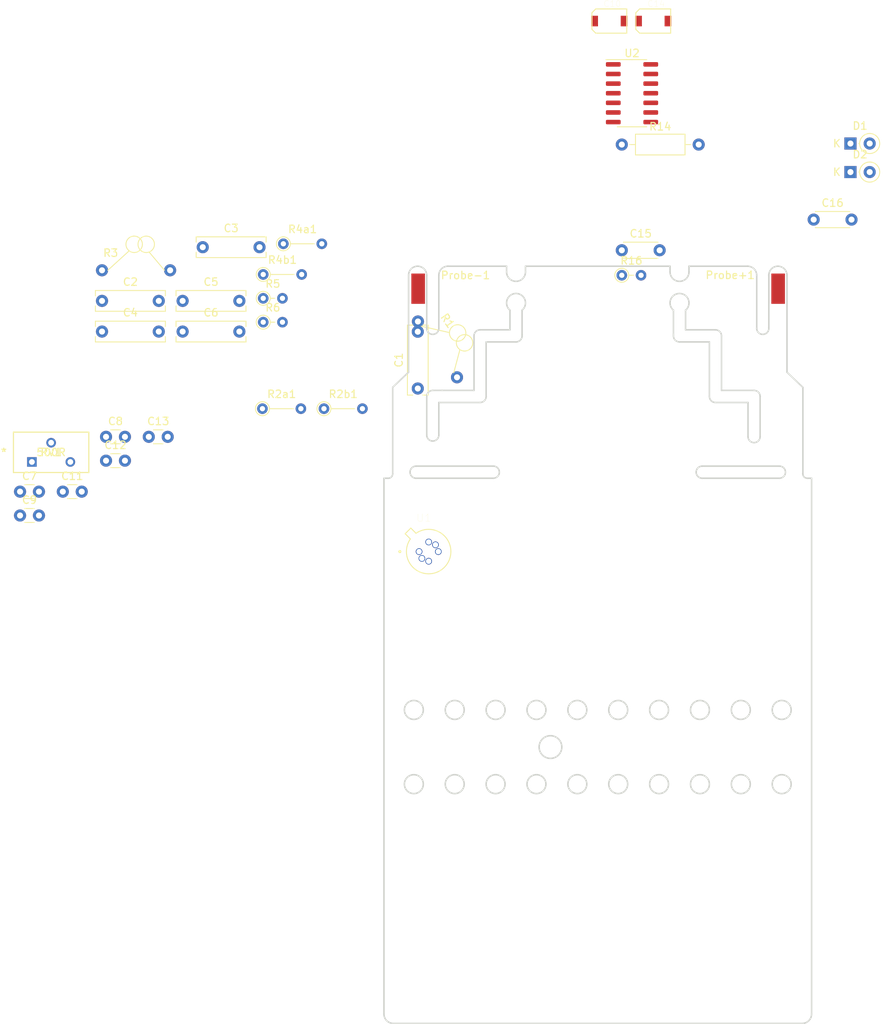
<source format=kicad_pcb>
(kicad_pcb (version 20171130) (host pcbnew "(5.1.9)-1")

  (general
    (thickness 1.6)
    (drawings 100)
    (tracks 0)
    (zones 0)
    (modules 33)
    (nets 33)
  )

  (page A4)
  (layers
    (0 F.Cu signal)
    (31 B.Cu signal)
    (32 B.Adhes user)
    (33 F.Adhes user)
    (34 B.Paste user)
    (35 F.Paste user)
    (36 B.SilkS user)
    (37 F.SilkS user)
    (38 B.Mask user)
    (39 F.Mask user)
    (40 Dwgs.User user)
    (41 Cmts.User user)
    (42 Eco1.User user)
    (43 Eco2.User user)
    (44 Edge.Cuts user)
    (45 Margin user)
    (46 B.CrtYd user)
    (47 F.CrtYd user)
    (48 B.Fab user)
    (49 F.Fab user)
  )

  (setup
    (last_trace_width 0.25)
    (trace_clearance 0.2)
    (zone_clearance 0.508)
    (zone_45_only no)
    (trace_min 0.2)
    (via_size 0.8)
    (via_drill 0.4)
    (via_min_size 0.4)
    (via_min_drill 0.3)
    (uvia_size 0.3)
    (uvia_drill 0.1)
    (uvias_allowed no)
    (uvia_min_size 0.2)
    (uvia_min_drill 0.1)
    (edge_width 0.05)
    (segment_width 0.2)
    (pcb_text_width 0.3)
    (pcb_text_size 1.5 1.5)
    (mod_edge_width 0.12)
    (mod_text_size 1 1)
    (mod_text_width 0.15)
    (pad_size 1.8 4)
    (pad_drill 0)
    (pad_to_mask_clearance 0)
    (aux_axis_origin 0 0)
    (visible_elements FFFFFF7F)
    (pcbplotparams
      (layerselection 0x010fc_ffffffff)
      (usegerberextensions false)
      (usegerberattributes true)
      (usegerberadvancedattributes true)
      (creategerberjobfile true)
      (excludeedgelayer true)
      (linewidth 0.100000)
      (plotframeref false)
      (viasonmask false)
      (mode 1)
      (useauxorigin false)
      (hpglpennumber 1)
      (hpglpenspeed 20)
      (hpglpendiameter 15.000000)
      (psnegative false)
      (psa4output false)
      (plotreference true)
      (plotvalue true)
      (plotinvisibletext false)
      (padsonsilk false)
      (subtractmaskfromsilk false)
      (outputformat 1)
      (mirror false)
      (drillshape 0)
      (scaleselection 1)
      (outputdirectory "../../GERBER/"))
  )

  (net 0 "")
  (net 1 "Net-(U1-Pad1)")
  (net 2 "Net-(U1-Pad5)")
  (net 3 "Net-(R1-Pad2)")
  (net 4 "Net-(C1-Pad2)")
  (net 5 "Net-(C1-Pad1)")
  (net 6 "Net-(R2a1-Pad1)")
  (net 7 "Net-(C2-Pad1)")
  (net 8 "Net-(C4-Pad2)")
  (net 9 "Net-(C4-Pad1)")
  (net 10 "Net-(C5-Pad1)")
  (net 11 "Net-(R3-Pad2)")
  (net 12 "Net-(R5-Pad2)")
  (net 13 "Net-(R6-Pad1)")
  (net 14 "Net-(R4a1-Pad1)")
  (net 15 "Net-(C11-Pad1)")
  (net 16 "Net-(C10-Pad1)")
  (net 17 GND)
  (net 18 +9V)
  (net 19 -9V)
  (net 20 "Net-(R14-Pad2)")
  (net 21 "Net-(R16-Pad2)")
  (net 22 "Net-(U2-Pad14)")
  (net 23 "Net-(U2-Pad13)")
  (net 24 "Net-(U2-Pad12)")
  (net 25 "Net-(U2-Pad11)")
  (net 26 "Net-(U2-Pad9)")
  (net 27 "Net-(U2-Pad8)")
  (net 28 "Net-(U2-Pad6)")
  (net 29 "Net-(U2-Pad5)")
  (net 30 "Net-(U2-Pad3)")
  (net 31 "Net-(U2-Pad2)")
  (net 32 "Net-(U2-Pad1)")

  (net_class Default "This is the default net class."
    (clearance 0.2)
    (trace_width 0.25)
    (via_dia 0.8)
    (via_drill 0.4)
    (uvia_dia 0.3)
    (uvia_drill 0.1)
    (add_net +9V)
    (add_net -9V)
    (add_net GND)
    (add_net "Net-(C1-Pad1)")
    (add_net "Net-(C1-Pad2)")
    (add_net "Net-(C10-Pad1)")
    (add_net "Net-(C11-Pad1)")
    (add_net "Net-(C2-Pad1)")
    (add_net "Net-(C4-Pad1)")
    (add_net "Net-(C4-Pad2)")
    (add_net "Net-(C5-Pad1)")
    (add_net "Net-(R1-Pad2)")
    (add_net "Net-(R14-Pad2)")
    (add_net "Net-(R16-Pad2)")
    (add_net "Net-(R2a1-Pad1)")
    (add_net "Net-(R3-Pad2)")
    (add_net "Net-(R4a1-Pad1)")
    (add_net "Net-(R5-Pad2)")
    (add_net "Net-(R6-Pad1)")
    (add_net "Net-(U1-Pad1)")
    (add_net "Net-(U1-Pad5)")
    (add_net "Net-(U2-Pad1)")
    (add_net "Net-(U2-Pad11)")
    (add_net "Net-(U2-Pad12)")
    (add_net "Net-(U2-Pad13)")
    (add_net "Net-(U2-Pad14)")
    (add_net "Net-(U2-Pad2)")
    (add_net "Net-(U2-Pad3)")
    (add_net "Net-(U2-Pad5)")
    (add_net "Net-(U2-Pad6)")
    (add_net "Net-(U2-Pad8)")
    (add_net "Net-(U2-Pad9)")
  )

  (module Package_SO:SOIC-14_3.9x8.7mm_P1.27mm (layer F.Cu) (tedit 5D9F72B1) (tstamp 60AB2F92)
    (at 32.775001 -122.844999)
    (descr "SOIC, 14 Pin (JEDEC MS-012AB, https://www.analog.com/media/en/package-pcb-resources/package/pkg_pdf/soic_narrow-r/r_14.pdf), generated with kicad-footprint-generator ipc_gullwing_generator.py")
    (tags "SOIC SO")
    (path /60B35136)
    (attr smd)
    (fp_text reference U2 (at 0 -5.28) (layer F.SilkS)
      (effects (font (size 1 1) (thickness 0.15)))
    )
    (fp_text value HFA3046BZ (at 0 5.28) (layer F.Fab)
      (effects (font (size 1 1) (thickness 0.15)))
    )
    (fp_text user %R (at 0 0) (layer F.Fab)
      (effects (font (size 0.98 0.98) (thickness 0.15)))
    )
    (fp_line (start 0 4.435) (end 1.95 4.435) (layer F.SilkS) (width 0.12))
    (fp_line (start 0 4.435) (end -1.95 4.435) (layer F.SilkS) (width 0.12))
    (fp_line (start 0 -4.435) (end 1.95 -4.435) (layer F.SilkS) (width 0.12))
    (fp_line (start 0 -4.435) (end -3.45 -4.435) (layer F.SilkS) (width 0.12))
    (fp_line (start -0.975 -4.325) (end 1.95 -4.325) (layer F.Fab) (width 0.1))
    (fp_line (start 1.95 -4.325) (end 1.95 4.325) (layer F.Fab) (width 0.1))
    (fp_line (start 1.95 4.325) (end -1.95 4.325) (layer F.Fab) (width 0.1))
    (fp_line (start -1.95 4.325) (end -1.95 -3.35) (layer F.Fab) (width 0.1))
    (fp_line (start -1.95 -3.35) (end -0.975 -4.325) (layer F.Fab) (width 0.1))
    (fp_line (start -3.7 -4.58) (end -3.7 4.58) (layer F.CrtYd) (width 0.05))
    (fp_line (start -3.7 4.58) (end 3.7 4.58) (layer F.CrtYd) (width 0.05))
    (fp_line (start 3.7 4.58) (end 3.7 -4.58) (layer F.CrtYd) (width 0.05))
    (fp_line (start 3.7 -4.58) (end -3.7 -4.58) (layer F.CrtYd) (width 0.05))
    (pad 14 smd roundrect (at 2.475 -3.81) (size 1.95 0.6) (layers F.Cu F.Paste F.Mask) (roundrect_rratio 0.25)
      (net 22 "Net-(U2-Pad14)"))
    (pad 13 smd roundrect (at 2.475 -2.54) (size 1.95 0.6) (layers F.Cu F.Paste F.Mask) (roundrect_rratio 0.25)
      (net 23 "Net-(U2-Pad13)"))
    (pad 12 smd roundrect (at 2.475 -1.27) (size 1.95 0.6) (layers F.Cu F.Paste F.Mask) (roundrect_rratio 0.25)
      (net 24 "Net-(U2-Pad12)"))
    (pad 11 smd roundrect (at 2.475 0) (size 1.95 0.6) (layers F.Cu F.Paste F.Mask) (roundrect_rratio 0.25)
      (net 25 "Net-(U2-Pad11)"))
    (pad 10 smd roundrect (at 2.475 1.27) (size 1.95 0.6) (layers F.Cu F.Paste F.Mask) (roundrect_rratio 0.25))
    (pad 9 smd roundrect (at 2.475 2.54) (size 1.95 0.6) (layers F.Cu F.Paste F.Mask) (roundrect_rratio 0.25)
      (net 26 "Net-(U2-Pad9)"))
    (pad 8 smd roundrect (at 2.475 3.81) (size 1.95 0.6) (layers F.Cu F.Paste F.Mask) (roundrect_rratio 0.25)
      (net 27 "Net-(U2-Pad8)"))
    (pad 7 smd roundrect (at -2.475 3.81) (size 1.95 0.6) (layers F.Cu F.Paste F.Mask) (roundrect_rratio 0.25))
    (pad 6 smd roundrect (at -2.475 2.54) (size 1.95 0.6) (layers F.Cu F.Paste F.Mask) (roundrect_rratio 0.25)
      (net 28 "Net-(U2-Pad6)"))
    (pad 5 smd roundrect (at -2.475 1.27) (size 1.95 0.6) (layers F.Cu F.Paste F.Mask) (roundrect_rratio 0.25)
      (net 29 "Net-(U2-Pad5)"))
    (pad 4 smd roundrect (at -2.475 0) (size 1.95 0.6) (layers F.Cu F.Paste F.Mask) (roundrect_rratio 0.25)
      (net 24 "Net-(U2-Pad12)"))
    (pad 3 smd roundrect (at -2.475 -1.27) (size 1.95 0.6) (layers F.Cu F.Paste F.Mask) (roundrect_rratio 0.25)
      (net 30 "Net-(U2-Pad3)"))
    (pad 2 smd roundrect (at -2.475 -2.54) (size 1.95 0.6) (layers F.Cu F.Paste F.Mask) (roundrect_rratio 0.25)
      (net 31 "Net-(U2-Pad2)"))
    (pad 1 smd roundrect (at -2.475 -3.81) (size 1.95 0.6) (layers F.Cu F.Paste F.Mask) (roundrect_rratio 0.25)
      (net 32 "Net-(U2-Pad1)"))
    (model ${KISYS3DMOD}/Package_SO.3dshapes/SOIC-14_3.9x8.7mm_P1.27mm.wrl
      (at (xyz 0 0 0))
      (scale (xyz 1 1 1))
      (rotate (xyz 0 0 0))
    )
  )

  (module BVKSound:JZ300 (layer F.Cu) (tedit 60AAB68A) (tstamp 60AB1E61)
    (at 35.58 -132.376499)
    (path /60AD8391)
    (fp_text reference C14 (at 0.381 -2.286) (layer F.SilkS)
      (effects (font (size 0.8 0.8) (thickness 0.015)))
    )
    (fp_text value 8-30pF (at 0 0) (layer F.Fab)
      (effects (font (size 0.787402 0.787402) (thickness 0.015)))
    )
    (fp_line (start -2.3 1.1) (end -1.8 1.6) (layer F.SilkS) (width 0.127))
    (fp_line (start -2.3 -1.1) (end -1.8 -1.6) (layer F.SilkS) (width 0.127))
    (fp_line (start 2.3 -1.6) (end -1.8 -1.6) (layer F.SilkS) (width 0.127))
    (fp_line (start 2.3 1.6) (end 2.3 -1.6) (layer F.SilkS) (width 0.127))
    (fp_line (start -1.8 1.6) (end 2.3 1.6) (layer F.SilkS) (width 0.127))
    (fp_line (start -2.3 -1.1) (end -2.3 1.1) (layer F.SilkS) (width 0.127))
    (pad 1 smd rect (at -1.95 0) (size 0.9 1.4) (layers F.Cu F.Paste F.Mask)
      (net 17 GND))
    (pad 2 smd rect (at 1.95 0) (size 0.9 1.4) (layers F.Cu F.Paste F.Mask)
      (net 15 "Net-(C11-Pad1)"))
  )

  (module BVKSound:JZ300 (layer F.Cu) (tedit 60AAB68A) (tstamp 60AB1DF5)
    (at 29.78 -132.376499)
    (path /60AD7ED8)
    (fp_text reference C10 (at 0.381 -2.286) (layer F.SilkS)
      (effects (font (size 0.8 0.8) (thickness 0.015)))
    )
    (fp_text value 8-30pF (at 0 0) (layer F.Fab)
      (effects (font (size 0.787402 0.787402) (thickness 0.015)))
    )
    (fp_line (start -2.3 1.1) (end -1.8 1.6) (layer F.SilkS) (width 0.127))
    (fp_line (start -2.3 -1.1) (end -1.8 -1.6) (layer F.SilkS) (width 0.127))
    (fp_line (start 2.3 -1.6) (end -1.8 -1.6) (layer F.SilkS) (width 0.127))
    (fp_line (start 2.3 1.6) (end 2.3 -1.6) (layer F.SilkS) (width 0.127))
    (fp_line (start -1.8 1.6) (end 2.3 1.6) (layer F.SilkS) (width 0.127))
    (fp_line (start -2.3 -1.1) (end -2.3 1.1) (layer F.SilkS) (width 0.127))
    (pad 1 smd rect (at -1.95 0) (size 0.9 1.4) (layers F.Cu F.Paste F.Mask)
      (net 16 "Net-(C10-Pad1)"))
    (pad 2 smd rect (at 1.95 0) (size 0.9 1.4) (layers F.Cu F.Paste F.Mask)
      (net 17 GND))
  )

  (module Resistor_THT:R_Axial_DIN0204_L3.6mm_D1.6mm_P2.54mm_Vertical (layer F.Cu) (tedit 5AE5139B) (tstamp 60AAEB5E)
    (at 31.425001 -98.804999)
    (descr "Resistor, Axial_DIN0204 series, Axial, Vertical, pin pitch=2.54mm, 0.167W, length*diameter=3.6*1.6mm^2, http://cdn-reichelt.de/documents/datenblatt/B400/1_4W%23YAG.pdf")
    (tags "Resistor Axial_DIN0204 series Axial Vertical pin pitch 2.54mm 0.167W length 3.6mm diameter 1.6mm")
    (path /60AF877E)
    (fp_text reference R16 (at 1.27 -1.92) (layer F.SilkS)
      (effects (font (size 1 1) (thickness 0.15)))
    )
    (fp_text value 680R (at 1.27 1.92) (layer F.Fab)
      (effects (font (size 1 1) (thickness 0.15)))
    )
    (fp_text user %R (at 1.27 -1.92) (layer F.Fab)
      (effects (font (size 1 1) (thickness 0.15)))
    )
    (fp_circle (center 0 0) (end 0.8 0) (layer F.Fab) (width 0.1))
    (fp_circle (center 0 0) (end 0.92 0) (layer F.SilkS) (width 0.12))
    (fp_line (start 0 0) (end 2.54 0) (layer F.Fab) (width 0.1))
    (fp_line (start 0.92 0) (end 1.54 0) (layer F.SilkS) (width 0.12))
    (fp_line (start -1.05 -1.05) (end -1.05 1.05) (layer F.CrtYd) (width 0.05))
    (fp_line (start -1.05 1.05) (end 3.49 1.05) (layer F.CrtYd) (width 0.05))
    (fp_line (start 3.49 1.05) (end 3.49 -1.05) (layer F.CrtYd) (width 0.05))
    (fp_line (start 3.49 -1.05) (end -1.05 -1.05) (layer F.CrtYd) (width 0.05))
    (pad 2 thru_hole oval (at 2.54 0) (size 1.4 1.4) (drill 0.7) (layers *.Cu *.Mask)
      (net 21 "Net-(R16-Pad2)"))
    (pad 1 thru_hole circle (at 0 0) (size 1.4 1.4) (drill 0.7) (layers *.Cu *.Mask)
      (net 18 +9V))
    (model ${KISYS3DMOD}/Resistor_THT.3dshapes/R_Axial_DIN0204_L3.6mm_D1.6mm_P2.54mm_Vertical.wrl
      (at (xyz 0 0 0))
      (scale (xyz 1 1 1))
      (rotate (xyz 0 0 0))
    )
  )

  (module Resistor_THT:R_Axial_DIN0207_L6.3mm_D2.5mm_P10.16mm_Horizontal (layer F.Cu) (tedit 5AE5139B) (tstamp 60AAEB4F)
    (at 31.425001 -116.064999)
    (descr "Resistor, Axial_DIN0207 series, Axial, Horizontal, pin pitch=10.16mm, 0.25W = 1/4W, length*diameter=6.3*2.5mm^2, http://cdn-reichelt.de/documents/datenblatt/B400/1_4W%23YAG.pdf")
    (tags "Resistor Axial_DIN0207 series Axial Horizontal pin pitch 10.16mm 0.25W = 1/4W length 6.3mm diameter 2.5mm")
    (path /60AF46F9)
    (fp_text reference R14 (at 5.08 -2.37) (layer F.SilkS)
      (effects (font (size 1 1) (thickness 0.15)))
    )
    (fp_text value 680R (at 5.08 2.37) (layer F.Fab)
      (effects (font (size 1 1) (thickness 0.15)))
    )
    (fp_text user %R (at 5.08 0) (layer F.Fab)
      (effects (font (size 1 1) (thickness 0.15)))
    )
    (fp_line (start 1.93 -1.25) (end 1.93 1.25) (layer F.Fab) (width 0.1))
    (fp_line (start 1.93 1.25) (end 8.23 1.25) (layer F.Fab) (width 0.1))
    (fp_line (start 8.23 1.25) (end 8.23 -1.25) (layer F.Fab) (width 0.1))
    (fp_line (start 8.23 -1.25) (end 1.93 -1.25) (layer F.Fab) (width 0.1))
    (fp_line (start 0 0) (end 1.93 0) (layer F.Fab) (width 0.1))
    (fp_line (start 10.16 0) (end 8.23 0) (layer F.Fab) (width 0.1))
    (fp_line (start 1.81 -1.37) (end 1.81 1.37) (layer F.SilkS) (width 0.12))
    (fp_line (start 1.81 1.37) (end 8.35 1.37) (layer F.SilkS) (width 0.12))
    (fp_line (start 8.35 1.37) (end 8.35 -1.37) (layer F.SilkS) (width 0.12))
    (fp_line (start 8.35 -1.37) (end 1.81 -1.37) (layer F.SilkS) (width 0.12))
    (fp_line (start 1.04 0) (end 1.81 0) (layer F.SilkS) (width 0.12))
    (fp_line (start 9.12 0) (end 8.35 0) (layer F.SilkS) (width 0.12))
    (fp_line (start -1.05 -1.5) (end -1.05 1.5) (layer F.CrtYd) (width 0.05))
    (fp_line (start -1.05 1.5) (end 11.21 1.5) (layer F.CrtYd) (width 0.05))
    (fp_line (start 11.21 1.5) (end 11.21 -1.5) (layer F.CrtYd) (width 0.05))
    (fp_line (start 11.21 -1.5) (end -1.05 -1.5) (layer F.CrtYd) (width 0.05))
    (pad 2 thru_hole oval (at 10.16 0) (size 1.6 1.6) (drill 0.8) (layers *.Cu *.Mask)
      (net 20 "Net-(R14-Pad2)"))
    (pad 1 thru_hole circle (at 0 0) (size 1.6 1.6) (drill 0.8) (layers *.Cu *.Mask)
      (net 18 +9V))
    (model ${KISYS3DMOD}/Resistor_THT.3dshapes/R_Axial_DIN0207_L6.3mm_D2.5mm_P10.16mm_Horizontal.wrl
      (at (xyz 0 0 0))
      (scale (xyz 1 1 1))
      (rotate (xyz 0 0 0))
    )
  )

  (module Diode_THT:D_DO-35_SOD27_P2.54mm_Vertical_KathodeUp (layer F.Cu) (tedit 5AE50CD5) (tstamp 60AAEA0C)
    (at 61.635001 -112.433628)
    (descr "Diode, DO-35_SOD27 series, Axial, Vertical, pin pitch=2.54mm, , length*diameter=4*2mm^2, , http://www.diodes.com/_files/packages/DO-35.pdf")
    (tags "Diode DO-35_SOD27 series Axial Vertical pin pitch 2.54mm  length 4mm diameter 2mm")
    (path /60ADEAF0)
    (fp_text reference D2 (at 1.27 -2.326371) (layer F.SilkS)
      (effects (font (size 1 1) (thickness 0.15)))
    )
    (fp_text value 1N4148 (at 1.27 3.215371) (layer F.Fab)
      (effects (font (size 1 1) (thickness 0.15)))
    )
    (fp_text user K (at -1.8 0) (layer F.SilkS)
      (effects (font (size 1 1) (thickness 0.15)))
    )
    (fp_text user K (at -1.8 0) (layer F.Fab)
      (effects (font (size 1 1) (thickness 0.15)))
    )
    (fp_text user %R (at 1.27 -2.326371) (layer F.Fab)
      (effects (font (size 1 1) (thickness 0.15)))
    )
    (fp_circle (center 2.54 0) (end 3.54 0) (layer F.Fab) (width 0.1))
    (fp_circle (center 2.54 0) (end 3.866371 0) (layer F.SilkS) (width 0.12))
    (fp_line (start 0 0) (end 2.54 0) (layer F.Fab) (width 0.1))
    (fp_line (start 1.213629 0) (end 1.1 0) (layer F.SilkS) (width 0.12))
    (fp_line (start -1.05 -1.25) (end -1.05 1.25) (layer F.CrtYd) (width 0.05))
    (fp_line (start -1.05 1.25) (end 3.79 1.25) (layer F.CrtYd) (width 0.05))
    (fp_line (start 3.79 1.25) (end 3.79 -1.25) (layer F.CrtYd) (width 0.05))
    (fp_line (start 3.79 -1.25) (end -1.05 -1.25) (layer F.CrtYd) (width 0.05))
    (pad 2 thru_hole oval (at 2.54 0) (size 1.6 1.6) (drill 0.8) (layers *.Cu *.Mask)
      (net 19 -9V))
    (pad 1 thru_hole rect (at 0 0) (size 1.6 1.6) (drill 0.8) (layers *.Cu *.Mask)
      (net 15 "Net-(C11-Pad1)"))
    (model ${KISYS3DMOD}/Diode_THT.3dshapes/D_DO-35_SOD27_P2.54mm_Vertical_KathodeUp.wrl
      (at (xyz 0 0 0))
      (scale (xyz 1 1 1))
      (rotate (xyz 0 0 0))
    )
  )

  (module Diode_THT:D_DO-35_SOD27_P2.54mm_Vertical_KathodeUp (layer F.Cu) (tedit 5AE50CD5) (tstamp 60AAE9FB)
    (at 61.635001 -116.203628)
    (descr "Diode, DO-35_SOD27 series, Axial, Vertical, pin pitch=2.54mm, , length*diameter=4*2mm^2, , http://www.diodes.com/_files/packages/DO-35.pdf")
    (tags "Diode DO-35_SOD27 series Axial Vertical pin pitch 2.54mm  length 4mm diameter 2mm")
    (path /60ADC417)
    (fp_text reference D1 (at 1.27 -2.326371) (layer F.SilkS)
      (effects (font (size 1 1) (thickness 0.15)))
    )
    (fp_text value 1N4148 (at 1.27 3.215371) (layer F.Fab)
      (effects (font (size 1 1) (thickness 0.15)))
    )
    (fp_text user K (at -1.8 0) (layer F.SilkS)
      (effects (font (size 1 1) (thickness 0.15)))
    )
    (fp_text user K (at -1.8 0) (layer F.Fab)
      (effects (font (size 1 1) (thickness 0.15)))
    )
    (fp_text user %R (at 1.27 -2.326371) (layer F.Fab)
      (effects (font (size 1 1) (thickness 0.15)))
    )
    (fp_circle (center 2.54 0) (end 3.54 0) (layer F.Fab) (width 0.1))
    (fp_circle (center 2.54 0) (end 3.866371 0) (layer F.SilkS) (width 0.12))
    (fp_line (start 0 0) (end 2.54 0) (layer F.Fab) (width 0.1))
    (fp_line (start 1.213629 0) (end 1.1 0) (layer F.SilkS) (width 0.12))
    (fp_line (start -1.05 -1.25) (end -1.05 1.25) (layer F.CrtYd) (width 0.05))
    (fp_line (start -1.05 1.25) (end 3.79 1.25) (layer F.CrtYd) (width 0.05))
    (fp_line (start 3.79 1.25) (end 3.79 -1.25) (layer F.CrtYd) (width 0.05))
    (fp_line (start 3.79 -1.25) (end -1.05 -1.25) (layer F.CrtYd) (width 0.05))
    (pad 2 thru_hole oval (at 2.54 0) (size 1.6 1.6) (drill 0.8) (layers *.Cu *.Mask)
      (net 19 -9V))
    (pad 1 thru_hole rect (at 0 0) (size 1.6 1.6) (drill 0.8) (layers *.Cu *.Mask)
      (net 16 "Net-(C10-Pad1)"))
    (model ${KISYS3DMOD}/Diode_THT.3dshapes/D_DO-35_SOD27_P2.54mm_Vertical_KathodeUp.wrl
      (at (xyz 0 0 0))
      (scale (xyz 1 1 1))
      (rotate (xyz 0 0 0))
    )
  )

  (module Capacitor_THT:C_Disc_D4.3mm_W1.9mm_P5.00mm (layer F.Cu) (tedit 5AE50EF0) (tstamp 60AAE9EA)
    (at 56.775001 -106.154999)
    (descr "C, Disc series, Radial, pin pitch=5.00mm, , diameter*width=4.3*1.9mm^2, Capacitor, http://www.vishay.com/docs/45233/krseries.pdf")
    (tags "C Disc series Radial pin pitch 5.00mm  diameter 4.3mm width 1.9mm Capacitor")
    (path /60ADF97A)
    (fp_text reference C16 (at 2.5 -2.2) (layer F.SilkS)
      (effects (font (size 1 1) (thickness 0.15)))
    )
    (fp_text value 100nF (at 2.5 2.2) (layer F.Fab)
      (effects (font (size 1 1) (thickness 0.15)))
    )
    (fp_text user %R (at 2.5 0) (layer F.Fab)
      (effects (font (size 0.86 0.86) (thickness 0.129)))
    )
    (fp_line (start 0.35 -0.95) (end 0.35 0.95) (layer F.Fab) (width 0.1))
    (fp_line (start 0.35 0.95) (end 4.65 0.95) (layer F.Fab) (width 0.1))
    (fp_line (start 4.65 0.95) (end 4.65 -0.95) (layer F.Fab) (width 0.1))
    (fp_line (start 4.65 -0.95) (end 0.35 -0.95) (layer F.Fab) (width 0.1))
    (fp_line (start 0.23 -1.07) (end 4.77 -1.07) (layer F.SilkS) (width 0.12))
    (fp_line (start 0.23 1.07) (end 4.77 1.07) (layer F.SilkS) (width 0.12))
    (fp_line (start 0.23 -1.07) (end 0.23 -1.055) (layer F.SilkS) (width 0.12))
    (fp_line (start 0.23 1.055) (end 0.23 1.07) (layer F.SilkS) (width 0.12))
    (fp_line (start 4.77 -1.07) (end 4.77 -1.055) (layer F.SilkS) (width 0.12))
    (fp_line (start 4.77 1.055) (end 4.77 1.07) (layer F.SilkS) (width 0.12))
    (fp_line (start -1.05 -1.2) (end -1.05 1.2) (layer F.CrtYd) (width 0.05))
    (fp_line (start -1.05 1.2) (end 6.05 1.2) (layer F.CrtYd) (width 0.05))
    (fp_line (start 6.05 1.2) (end 6.05 -1.2) (layer F.CrtYd) (width 0.05))
    (fp_line (start 6.05 -1.2) (end -1.05 -1.2) (layer F.CrtYd) (width 0.05))
    (pad 2 thru_hole circle (at 5 0) (size 1.6 1.6) (drill 0.8) (layers *.Cu *.Mask)
      (net 19 -9V))
    (pad 1 thru_hole circle (at 0 0) (size 1.6 1.6) (drill 0.8) (layers *.Cu *.Mask)
      (net 17 GND))
    (model ${KISYS3DMOD}/Capacitor_THT.3dshapes/C_Disc_D4.3mm_W1.9mm_P5.00mm.wrl
      (at (xyz 0 0 0))
      (scale (xyz 1 1 1))
      (rotate (xyz 0 0 0))
    )
  )

  (module Capacitor_THT:C_Disc_D4.3mm_W1.9mm_P5.00mm (layer F.Cu) (tedit 5AE50EF0) (tstamp 60AAE9D5)
    (at 31.425001 -102.104999)
    (descr "C, Disc series, Radial, pin pitch=5.00mm, , diameter*width=4.3*1.9mm^2, Capacitor, http://www.vishay.com/docs/45233/krseries.pdf")
    (tags "C Disc series Radial pin pitch 5.00mm  diameter 4.3mm width 1.9mm Capacitor")
    (path /60AF10EF)
    (fp_text reference C15 (at 2.5 -2.2) (layer F.SilkS)
      (effects (font (size 1 1) (thickness 0.15)))
    )
    (fp_text value 100nF (at 2.5 2.2) (layer F.Fab)
      (effects (font (size 1 1) (thickness 0.15)))
    )
    (fp_text user %R (at 2.5 0) (layer F.Fab)
      (effects (font (size 0.86 0.86) (thickness 0.129)))
    )
    (fp_line (start 0.35 -0.95) (end 0.35 0.95) (layer F.Fab) (width 0.1))
    (fp_line (start 0.35 0.95) (end 4.65 0.95) (layer F.Fab) (width 0.1))
    (fp_line (start 4.65 0.95) (end 4.65 -0.95) (layer F.Fab) (width 0.1))
    (fp_line (start 4.65 -0.95) (end 0.35 -0.95) (layer F.Fab) (width 0.1))
    (fp_line (start 0.23 -1.07) (end 4.77 -1.07) (layer F.SilkS) (width 0.12))
    (fp_line (start 0.23 1.07) (end 4.77 1.07) (layer F.SilkS) (width 0.12))
    (fp_line (start 0.23 -1.07) (end 0.23 -1.055) (layer F.SilkS) (width 0.12))
    (fp_line (start 0.23 1.055) (end 0.23 1.07) (layer F.SilkS) (width 0.12))
    (fp_line (start 4.77 -1.07) (end 4.77 -1.055) (layer F.SilkS) (width 0.12))
    (fp_line (start 4.77 1.055) (end 4.77 1.07) (layer F.SilkS) (width 0.12))
    (fp_line (start -1.05 -1.2) (end -1.05 1.2) (layer F.CrtYd) (width 0.05))
    (fp_line (start -1.05 1.2) (end 6.05 1.2) (layer F.CrtYd) (width 0.05))
    (fp_line (start 6.05 1.2) (end 6.05 -1.2) (layer F.CrtYd) (width 0.05))
    (fp_line (start 6.05 -1.2) (end -1.05 -1.2) (layer F.CrtYd) (width 0.05))
    (pad 2 thru_hole circle (at 5 0) (size 1.6 1.6) (drill 0.8) (layers *.Cu *.Mask)
      (net 17 GND))
    (pad 1 thru_hole circle (at 0 0) (size 1.6 1.6) (drill 0.8) (layers *.Cu *.Mask)
      (net 18 +9V))
    (model ${KISYS3DMOD}/Capacitor_THT.3dshapes/C_Disc_D4.3mm_W1.9mm_P5.00mm.wrl
      (at (xyz 0 0 0))
      (scale (xyz 1 1 1))
      (rotate (xyz 0 0 0))
    )
  )

  (module "BVKSound:T93YB 500K 10&percent_ TU" (layer F.Cu) (tedit 0) (tstamp 60AAE07A)
    (at -46.5134 -76.6908)
    (path /60AC8CC6)
    (fp_text reference RV1 (at 2.54 1.27) (layer F.SilkS)
      (effects (font (size 1 1) (thickness 0.15)))
    )
    (fp_text value 500R (at 2.54 1.27) (layer F.SilkS)
      (effects (font (size 1 1) (thickness 0.15)))
    )
    (fp_text user "Copyright 2016 Accelerated Designs. All rights reserved." (at 0 0) (layer Cmts.User)
      (effects (font (size 0.127 0.127) (thickness 0.002)))
    )
    (fp_text user * (at -3.7084 1.27) (layer F.SilkS)
      (effects (font (size 1 1) (thickness 0.15)))
    )
    (fp_text user * (at -2.0574 1.27) (layer F.Fab)
      (effects (font (size 1 1) (thickness 0.15)))
    )
    (fp_text user * (at -2.0574 1.27) (layer F.Fab)
      (effects (font (size 1 1) (thickness 0.15)))
    )
    (fp_text user * (at -3.7084 1.27) (layer F.SilkS)
      (effects (font (size 1 1) (thickness 0.15)))
    )
    (fp_line (start -2.4384 3.937) (end 7.5184 3.937) (layer F.SilkS) (width 0.1524))
    (fp_line (start 7.5184 3.937) (end 7.5184 -1.397) (layer F.SilkS) (width 0.1524))
    (fp_line (start 7.5184 -1.397) (end -2.4384 -1.397) (layer F.SilkS) (width 0.1524))
    (fp_line (start -2.4384 -1.397) (end -2.4384 3.937) (layer F.SilkS) (width 0.1524))
    (fp_line (start -2.3114 3.81) (end 7.3914 3.81) (layer F.Fab) (width 0.1524))
    (fp_line (start 7.3914 3.81) (end 7.3914 -1.27) (layer F.Fab) (width 0.1524))
    (fp_line (start 7.3914 -1.27) (end -2.3114 -1.27) (layer F.Fab) (width 0.1524))
    (fp_line (start -2.3114 -1.27) (end -2.3114 3.81) (layer F.Fab) (width 0.1524))
    (fp_line (start -2.5654 4.318) (end -2.5654 -1.778) (layer F.CrtYd) (width 0.1524))
    (fp_line (start -2.5654 -1.778) (end 7.6454 -1.778) (layer F.CrtYd) (width 0.1524))
    (fp_line (start 7.6454 -1.778) (end 7.6454 4.318) (layer F.CrtYd) (width 0.1524))
    (fp_line (start 7.6454 4.318) (end -2.5654 4.318) (layer F.CrtYd) (width 0.1524))
    (fp_circle (center -1.0414 0) (end -0.0254 0) (layer F.Fab) (width 0.1524))
    (pad 1 thru_hole rect (at 0 2.54) (size 1.27 1.27) (drill 0.762) (layers *.Cu *.Mask)
      (net 12 "Net-(R5-Pad2)"))
    (pad 2 thru_hole circle (at 2.54 0) (size 1.27 1.27) (drill 0.762) (layers *.Cu *.Mask)
      (net 17 GND))
    (pad 3 thru_hole circle (at 5.08 2.54) (size 1.27 1.27) (drill 0.762) (layers *.Cu *.Mask)
      (net 13 "Net-(R6-Pad1)"))
  )

  (module Capacitor_THT:C_Disc_D3.0mm_W1.6mm_P2.50mm (layer F.Cu) (tedit 5AE50EF0) (tstamp 60AADF65)
    (at -31.07 -77.47)
    (descr "C, Disc series, Radial, pin pitch=2.50mm, , diameter*width=3.0*1.6mm^2, Capacitor, http://www.vishay.com/docs/45233/krseries.pdf")
    (tags "C Disc series Radial pin pitch 2.50mm  diameter 3.0mm width 1.6mm Capacitor")
    (path /60ACF52E)
    (fp_text reference C13 (at 1.25 -2.05) (layer F.SilkS)
      (effects (font (size 1 1) (thickness 0.15)))
    )
    (fp_text value 82pF (at 1.25 2.05) (layer F.Fab)
      (effects (font (size 1 1) (thickness 0.15)))
    )
    (fp_text user %R (at 1.25 0) (layer F.Fab)
      (effects (font (size 0.6 0.6) (thickness 0.09)))
    )
    (fp_line (start -0.25 -0.8) (end -0.25 0.8) (layer F.Fab) (width 0.1))
    (fp_line (start -0.25 0.8) (end 2.75 0.8) (layer F.Fab) (width 0.1))
    (fp_line (start 2.75 0.8) (end 2.75 -0.8) (layer F.Fab) (width 0.1))
    (fp_line (start 2.75 -0.8) (end -0.25 -0.8) (layer F.Fab) (width 0.1))
    (fp_line (start 0.621 -0.92) (end 1.879 -0.92) (layer F.SilkS) (width 0.12))
    (fp_line (start 0.621 0.92) (end 1.879 0.92) (layer F.SilkS) (width 0.12))
    (fp_line (start -1.05 -1.05) (end -1.05 1.05) (layer F.CrtYd) (width 0.05))
    (fp_line (start -1.05 1.05) (end 3.55 1.05) (layer F.CrtYd) (width 0.05))
    (fp_line (start 3.55 1.05) (end 3.55 -1.05) (layer F.CrtYd) (width 0.05))
    (fp_line (start 3.55 -1.05) (end -1.05 -1.05) (layer F.CrtYd) (width 0.05))
    (pad 2 thru_hole circle (at 2.5 0) (size 1.6 1.6) (drill 0.8) (layers *.Cu *.Mask)
      (net 17 GND))
    (pad 1 thru_hole circle (at 0 0) (size 1.6 1.6) (drill 0.8) (layers *.Cu *.Mask)
      (net 15 "Net-(C11-Pad1)"))
    (model ${KISYS3DMOD}/Capacitor_THT.3dshapes/C_Disc_D3.0mm_W1.6mm_P2.50mm.wrl
      (at (xyz 0 0 0))
      (scale (xyz 1 1 1))
      (rotate (xyz 0 0 0))
    )
  )

  (module Capacitor_THT:C_Disc_D3.0mm_W1.6mm_P2.50mm (layer F.Cu) (tedit 5AE50EF0) (tstamp 60AADF54)
    (at -36.72 -74.32)
    (descr "C, Disc series, Radial, pin pitch=2.50mm, , diameter*width=3.0*1.6mm^2, Capacitor, http://www.vishay.com/docs/45233/krseries.pdf")
    (tags "C Disc series Radial pin pitch 2.50mm  diameter 3.0mm width 1.6mm Capacitor")
    (path /60ACED24)
    (fp_text reference C12 (at 1.25 -2.05) (layer F.SilkS)
      (effects (font (size 1 1) (thickness 0.15)))
    )
    (fp_text value 82pF (at 1.25 2.05) (layer F.Fab)
      (effects (font (size 1 1) (thickness 0.15)))
    )
    (fp_text user %R (at 1.25 0) (layer F.Fab)
      (effects (font (size 0.6 0.6) (thickness 0.09)))
    )
    (fp_line (start -0.25 -0.8) (end -0.25 0.8) (layer F.Fab) (width 0.1))
    (fp_line (start -0.25 0.8) (end 2.75 0.8) (layer F.Fab) (width 0.1))
    (fp_line (start 2.75 0.8) (end 2.75 -0.8) (layer F.Fab) (width 0.1))
    (fp_line (start 2.75 -0.8) (end -0.25 -0.8) (layer F.Fab) (width 0.1))
    (fp_line (start 0.621 -0.92) (end 1.879 -0.92) (layer F.SilkS) (width 0.12))
    (fp_line (start 0.621 0.92) (end 1.879 0.92) (layer F.SilkS) (width 0.12))
    (fp_line (start -1.05 -1.05) (end -1.05 1.05) (layer F.CrtYd) (width 0.05))
    (fp_line (start -1.05 1.05) (end 3.55 1.05) (layer F.CrtYd) (width 0.05))
    (fp_line (start 3.55 1.05) (end 3.55 -1.05) (layer F.CrtYd) (width 0.05))
    (fp_line (start 3.55 -1.05) (end -1.05 -1.05) (layer F.CrtYd) (width 0.05))
    (pad 2 thru_hole circle (at 2.5 0) (size 1.6 1.6) (drill 0.8) (layers *.Cu *.Mask)
      (net 17 GND))
    (pad 1 thru_hole circle (at 0 0) (size 1.6 1.6) (drill 0.8) (layers *.Cu *.Mask)
      (net 15 "Net-(C11-Pad1)"))
    (model ${KISYS3DMOD}/Capacitor_THT.3dshapes/C_Disc_D3.0mm_W1.6mm_P2.50mm.wrl
      (at (xyz 0 0 0))
      (scale (xyz 1 1 1))
      (rotate (xyz 0 0 0))
    )
  )

  (module Capacitor_THT:C_Disc_D3.0mm_W1.6mm_P2.50mm (layer F.Cu) (tedit 5AE50EF0) (tstamp 60AADF43)
    (at -42.43 -70.23)
    (descr "C, Disc series, Radial, pin pitch=2.50mm, , diameter*width=3.0*1.6mm^2, Capacitor, http://www.vishay.com/docs/45233/krseries.pdf")
    (tags "C Disc series Radial pin pitch 2.50mm  diameter 3.0mm width 1.6mm Capacitor")
    (path /60ACE046)
    (fp_text reference C11 (at 1.25 -2.05) (layer F.SilkS)
      (effects (font (size 1 1) (thickness 0.15)))
    )
    (fp_text value 120pF (at 1.25 2.05) (layer F.Fab)
      (effects (font (size 1 1) (thickness 0.15)))
    )
    (fp_text user %R (at 1.25 0) (layer F.Fab)
      (effects (font (size 0.6 0.6) (thickness 0.09)))
    )
    (fp_line (start -0.25 -0.8) (end -0.25 0.8) (layer F.Fab) (width 0.1))
    (fp_line (start -0.25 0.8) (end 2.75 0.8) (layer F.Fab) (width 0.1))
    (fp_line (start 2.75 0.8) (end 2.75 -0.8) (layer F.Fab) (width 0.1))
    (fp_line (start 2.75 -0.8) (end -0.25 -0.8) (layer F.Fab) (width 0.1))
    (fp_line (start 0.621 -0.92) (end 1.879 -0.92) (layer F.SilkS) (width 0.12))
    (fp_line (start 0.621 0.92) (end 1.879 0.92) (layer F.SilkS) (width 0.12))
    (fp_line (start -1.05 -1.05) (end -1.05 1.05) (layer F.CrtYd) (width 0.05))
    (fp_line (start -1.05 1.05) (end 3.55 1.05) (layer F.CrtYd) (width 0.05))
    (fp_line (start 3.55 1.05) (end 3.55 -1.05) (layer F.CrtYd) (width 0.05))
    (fp_line (start 3.55 -1.05) (end -1.05 -1.05) (layer F.CrtYd) (width 0.05))
    (pad 2 thru_hole circle (at 2.5 0) (size 1.6 1.6) (drill 0.8) (layers *.Cu *.Mask)
      (net 17 GND))
    (pad 1 thru_hole circle (at 0 0) (size 1.6 1.6) (drill 0.8) (layers *.Cu *.Mask)
      (net 15 "Net-(C11-Pad1)"))
    (model ${KISYS3DMOD}/Capacitor_THT.3dshapes/C_Disc_D3.0mm_W1.6mm_P2.50mm.wrl
      (at (xyz 0 0 0))
      (scale (xyz 1 1 1))
      (rotate (xyz 0 0 0))
    )
  )

  (module Capacitor_THT:C_Disc_D3.0mm_W1.6mm_P2.50mm (layer F.Cu) (tedit 5AE50EF0) (tstamp 60AADF32)
    (at -48.08 -67.08)
    (descr "C, Disc series, Radial, pin pitch=2.50mm, , diameter*width=3.0*1.6mm^2, Capacitor, http://www.vishay.com/docs/45233/krseries.pdf")
    (tags "C Disc series Radial pin pitch 2.50mm  diameter 3.0mm width 1.6mm Capacitor")
    (path /60ACF1B1)
    (fp_text reference C9 (at 1.25 -2.05) (layer F.SilkS)
      (effects (font (size 1 1) (thickness 0.15)))
    )
    (fp_text value 82pF (at 1.25 2.05) (layer F.Fab)
      (effects (font (size 1 1) (thickness 0.15)))
    )
    (fp_text user %R (at 1.25 0) (layer F.Fab)
      (effects (font (size 0.6 0.6) (thickness 0.09)))
    )
    (fp_line (start -0.25 -0.8) (end -0.25 0.8) (layer F.Fab) (width 0.1))
    (fp_line (start -0.25 0.8) (end 2.75 0.8) (layer F.Fab) (width 0.1))
    (fp_line (start 2.75 0.8) (end 2.75 -0.8) (layer F.Fab) (width 0.1))
    (fp_line (start 2.75 -0.8) (end -0.25 -0.8) (layer F.Fab) (width 0.1))
    (fp_line (start 0.621 -0.92) (end 1.879 -0.92) (layer F.SilkS) (width 0.12))
    (fp_line (start 0.621 0.92) (end 1.879 0.92) (layer F.SilkS) (width 0.12))
    (fp_line (start -1.05 -1.05) (end -1.05 1.05) (layer F.CrtYd) (width 0.05))
    (fp_line (start -1.05 1.05) (end 3.55 1.05) (layer F.CrtYd) (width 0.05))
    (fp_line (start 3.55 1.05) (end 3.55 -1.05) (layer F.CrtYd) (width 0.05))
    (fp_line (start 3.55 -1.05) (end -1.05 -1.05) (layer F.CrtYd) (width 0.05))
    (pad 2 thru_hole circle (at 2.5 0) (size 1.6 1.6) (drill 0.8) (layers *.Cu *.Mask)
      (net 16 "Net-(C10-Pad1)"))
    (pad 1 thru_hole circle (at 0 0) (size 1.6 1.6) (drill 0.8) (layers *.Cu *.Mask)
      (net 17 GND))
    (model ${KISYS3DMOD}/Capacitor_THT.3dshapes/C_Disc_D3.0mm_W1.6mm_P2.50mm.wrl
      (at (xyz 0 0 0))
      (scale (xyz 1 1 1))
      (rotate (xyz 0 0 0))
    )
  )

  (module Capacitor_THT:C_Disc_D3.0mm_W1.6mm_P2.50mm (layer F.Cu) (tedit 5AE50EF0) (tstamp 60AADF21)
    (at -36.72 -77.47)
    (descr "C, Disc series, Radial, pin pitch=2.50mm, , diameter*width=3.0*1.6mm^2, Capacitor, http://www.vishay.com/docs/45233/krseries.pdf")
    (tags "C Disc series Radial pin pitch 2.50mm  diameter 3.0mm width 1.6mm Capacitor")
    (path /60ACE659)
    (fp_text reference C8 (at 1.25 -2.05) (layer F.SilkS)
      (effects (font (size 1 1) (thickness 0.15)))
    )
    (fp_text value 82pF (at 1.25 2.05) (layer F.Fab)
      (effects (font (size 1 1) (thickness 0.15)))
    )
    (fp_text user %R (at 1.25 0) (layer F.Fab)
      (effects (font (size 0.6 0.6) (thickness 0.09)))
    )
    (fp_line (start -0.25 -0.8) (end -0.25 0.8) (layer F.Fab) (width 0.1))
    (fp_line (start -0.25 0.8) (end 2.75 0.8) (layer F.Fab) (width 0.1))
    (fp_line (start 2.75 0.8) (end 2.75 -0.8) (layer F.Fab) (width 0.1))
    (fp_line (start 2.75 -0.8) (end -0.25 -0.8) (layer F.Fab) (width 0.1))
    (fp_line (start 0.621 -0.92) (end 1.879 -0.92) (layer F.SilkS) (width 0.12))
    (fp_line (start 0.621 0.92) (end 1.879 0.92) (layer F.SilkS) (width 0.12))
    (fp_line (start -1.05 -1.05) (end -1.05 1.05) (layer F.CrtYd) (width 0.05))
    (fp_line (start -1.05 1.05) (end 3.55 1.05) (layer F.CrtYd) (width 0.05))
    (fp_line (start 3.55 1.05) (end 3.55 -1.05) (layer F.CrtYd) (width 0.05))
    (fp_line (start 3.55 -1.05) (end -1.05 -1.05) (layer F.CrtYd) (width 0.05))
    (pad 2 thru_hole circle (at 2.5 0) (size 1.6 1.6) (drill 0.8) (layers *.Cu *.Mask)
      (net 16 "Net-(C10-Pad1)"))
    (pad 1 thru_hole circle (at 0 0) (size 1.6 1.6) (drill 0.8) (layers *.Cu *.Mask)
      (net 17 GND))
    (model ${KISYS3DMOD}/Capacitor_THT.3dshapes/C_Disc_D3.0mm_W1.6mm_P2.50mm.wrl
      (at (xyz 0 0 0))
      (scale (xyz 1 1 1))
      (rotate (xyz 0 0 0))
    )
  )

  (module Capacitor_THT:C_Disc_D3.0mm_W1.6mm_P2.50mm (layer F.Cu) (tedit 5AE50EF0) (tstamp 60AADF10)
    (at -48.08 -70.23)
    (descr "C, Disc series, Radial, pin pitch=2.50mm, , diameter*width=3.0*1.6mm^2, Capacitor, http://www.vishay.com/docs/45233/krseries.pdf")
    (tags "C Disc series Radial pin pitch 2.50mm  diameter 3.0mm width 1.6mm Capacitor")
    (path /60ACD398)
    (fp_text reference C7 (at 1.25 -2.05) (layer F.SilkS)
      (effects (font (size 1 1) (thickness 0.15)))
    )
    (fp_text value 120pF (at 1.25 2.05) (layer F.Fab)
      (effects (font (size 1 1) (thickness 0.15)))
    )
    (fp_text user %R (at 1.25 0) (layer F.Fab)
      (effects (font (size 0.6 0.6) (thickness 0.09)))
    )
    (fp_line (start -0.25 -0.8) (end -0.25 0.8) (layer F.Fab) (width 0.1))
    (fp_line (start -0.25 0.8) (end 2.75 0.8) (layer F.Fab) (width 0.1))
    (fp_line (start 2.75 0.8) (end 2.75 -0.8) (layer F.Fab) (width 0.1))
    (fp_line (start 2.75 -0.8) (end -0.25 -0.8) (layer F.Fab) (width 0.1))
    (fp_line (start 0.621 -0.92) (end 1.879 -0.92) (layer F.SilkS) (width 0.12))
    (fp_line (start 0.621 0.92) (end 1.879 0.92) (layer F.SilkS) (width 0.12))
    (fp_line (start -1.05 -1.05) (end -1.05 1.05) (layer F.CrtYd) (width 0.05))
    (fp_line (start -1.05 1.05) (end 3.55 1.05) (layer F.CrtYd) (width 0.05))
    (fp_line (start 3.55 1.05) (end 3.55 -1.05) (layer F.CrtYd) (width 0.05))
    (fp_line (start 3.55 -1.05) (end -1.05 -1.05) (layer F.CrtYd) (width 0.05))
    (pad 2 thru_hole circle (at 2.5 0) (size 1.6 1.6) (drill 0.8) (layers *.Cu *.Mask)
      (net 16 "Net-(C10-Pad1)"))
    (pad 1 thru_hole circle (at 0 0) (size 1.6 1.6) (drill 0.8) (layers *.Cu *.Mask)
      (net 17 GND))
    (model ${KISYS3DMOD}/Capacitor_THT.3dshapes/C_Disc_D3.0mm_W1.6mm_P2.50mm.wrl
      (at (xyz 0 0 0))
      (scale (xyz 1 1 1))
      (rotate (xyz 0 0 0))
    )
  )

  (module Resistor_THT:R_Axial_DIN0204_L3.6mm_D1.6mm_P5.08mm_Vertical (layer F.Cu) (tedit 5AE5139B) (tstamp 60AAD96E)
    (at -15.95 -98.91)
    (descr "Resistor, Axial_DIN0204 series, Axial, Vertical, pin pitch=5.08mm, 0.167W, length*diameter=3.6*1.6mm^2, http://cdn-reichelt.de/documents/datenblatt/B400/1_4W%23YAG.pdf")
    (tags "Resistor Axial_DIN0204 series Axial Vertical pin pitch 5.08mm 0.167W length 3.6mm diameter 1.6mm")
    (path /60AC1599)
    (fp_text reference R4b1 (at 2.54 -1.92) (layer F.SilkS)
      (effects (font (size 1 1) (thickness 0.15)))
    )
    (fp_text value 1M (at 2.54 1.92) (layer F.Fab)
      (effects (font (size 1 1) (thickness 0.15)))
    )
    (fp_text user %R (at 2.54 -1.92) (layer F.Fab)
      (effects (font (size 1 1) (thickness 0.15)))
    )
    (fp_circle (center 0 0) (end 0.8 0) (layer F.Fab) (width 0.1))
    (fp_circle (center 0 0) (end 0.92 0) (layer F.SilkS) (width 0.12))
    (fp_line (start 0 0) (end 5.08 0) (layer F.Fab) (width 0.1))
    (fp_line (start 0.92 0) (end 4.08 0) (layer F.SilkS) (width 0.12))
    (fp_line (start -1.05 -1.05) (end -1.05 1.05) (layer F.CrtYd) (width 0.05))
    (fp_line (start -1.05 1.05) (end 6.03 1.05) (layer F.CrtYd) (width 0.05))
    (fp_line (start 6.03 1.05) (end 6.03 -1.05) (layer F.CrtYd) (width 0.05))
    (fp_line (start 6.03 -1.05) (end -1.05 -1.05) (layer F.CrtYd) (width 0.05))
    (pad 2 thru_hole oval (at 5.08 0) (size 1.4 1.4) (drill 0.7) (layers *.Cu *.Mask)
      (net 14 "Net-(R4a1-Pad1)"))
    (pad 1 thru_hole circle (at 0 0) (size 1.4 1.4) (drill 0.7) (layers *.Cu *.Mask)
      (net 15 "Net-(C11-Pad1)"))
    (model ${KISYS3DMOD}/Resistor_THT.3dshapes/R_Axial_DIN0204_L3.6mm_D1.6mm_P5.08mm_Vertical.wrl
      (at (xyz 0 0 0))
      (scale (xyz 1 1 1))
      (rotate (xyz 0 0 0))
    )
  )

  (module Resistor_THT:R_Axial_DIN0204_L3.6mm_D1.6mm_P5.08mm_Vertical (layer F.Cu) (tedit 5AE5139B) (tstamp 60AAD95F)
    (at -13.29 -102.96)
    (descr "Resistor, Axial_DIN0204 series, Axial, Vertical, pin pitch=5.08mm, 0.167W, length*diameter=3.6*1.6mm^2, http://cdn-reichelt.de/documents/datenblatt/B400/1_4W%23YAG.pdf")
    (tags "Resistor Axial_DIN0204 series Axial Vertical pin pitch 5.08mm 0.167W length 3.6mm diameter 1.6mm")
    (path /60AC158F)
    (fp_text reference R4a1 (at 2.54 -1.92) (layer F.SilkS)
      (effects (font (size 1 1) (thickness 0.15)))
    )
    (fp_text value 1M (at 2.54 1.92) (layer F.Fab)
      (effects (font (size 1 1) (thickness 0.15)))
    )
    (fp_text user %R (at 2.54 -1.92) (layer F.Fab)
      (effects (font (size 1 1) (thickness 0.15)))
    )
    (fp_circle (center 0 0) (end 0.8 0) (layer F.Fab) (width 0.1))
    (fp_circle (center 0 0) (end 0.92 0) (layer F.SilkS) (width 0.12))
    (fp_line (start 0 0) (end 5.08 0) (layer F.Fab) (width 0.1))
    (fp_line (start 0.92 0) (end 4.08 0) (layer F.SilkS) (width 0.12))
    (fp_line (start -1.05 -1.05) (end -1.05 1.05) (layer F.CrtYd) (width 0.05))
    (fp_line (start -1.05 1.05) (end 6.03 1.05) (layer F.CrtYd) (width 0.05))
    (fp_line (start 6.03 1.05) (end 6.03 -1.05) (layer F.CrtYd) (width 0.05))
    (fp_line (start 6.03 -1.05) (end -1.05 -1.05) (layer F.CrtYd) (width 0.05))
    (pad 2 thru_hole oval (at 5.08 0) (size 1.4 1.4) (drill 0.7) (layers *.Cu *.Mask)
      (net 11 "Net-(R3-Pad2)"))
    (pad 1 thru_hole circle (at 0 0) (size 1.4 1.4) (drill 0.7) (layers *.Cu *.Mask)
      (net 14 "Net-(R4a1-Pad1)"))
    (model ${KISYS3DMOD}/Resistor_THT.3dshapes/R_Axial_DIN0204_L3.6mm_D1.6mm_P5.08mm_Vertical.wrl
      (at (xyz 0 0 0))
      (scale (xyz 1 1 1))
      (rotate (xyz 0 0 0))
    )
  )

  (module Resistor_THT:R_Axial_DIN0204_L3.6mm_D1.6mm_P2.54mm_Vertical (layer F.Cu) (tedit 5AE5139B) (tstamp 60AAD918)
    (at -15.95 -92.61)
    (descr "Resistor, Axial_DIN0204 series, Axial, Vertical, pin pitch=2.54mm, 0.167W, length*diameter=3.6*1.6mm^2, http://cdn-reichelt.de/documents/datenblatt/B400/1_4W%23YAG.pdf")
    (tags "Resistor Axial_DIN0204 series Axial Vertical pin pitch 2.54mm 0.167W length 3.6mm diameter 1.6mm")
    (path /60AC7C75)
    (fp_text reference R6 (at 1.27 -1.92) (layer F.SilkS)
      (effects (font (size 1 1) (thickness 0.15)))
    )
    (fp_text value 26K1 (at 1.27 1.92) (layer F.Fab)
      (effects (font (size 1 1) (thickness 0.15)))
    )
    (fp_text user %R (at 1.27 -1.92) (layer F.Fab)
      (effects (font (size 1 1) (thickness 0.15)))
    )
    (fp_circle (center 0 0) (end 0.8 0) (layer F.Fab) (width 0.1))
    (fp_circle (center 0 0) (end 0.92 0) (layer F.SilkS) (width 0.12))
    (fp_line (start 0 0) (end 2.54 0) (layer F.Fab) (width 0.1))
    (fp_line (start 0.92 0) (end 1.54 0) (layer F.SilkS) (width 0.12))
    (fp_line (start -1.05 -1.05) (end -1.05 1.05) (layer F.CrtYd) (width 0.05))
    (fp_line (start -1.05 1.05) (end 3.49 1.05) (layer F.CrtYd) (width 0.05))
    (fp_line (start 3.49 1.05) (end 3.49 -1.05) (layer F.CrtYd) (width 0.05))
    (fp_line (start 3.49 -1.05) (end -1.05 -1.05) (layer F.CrtYd) (width 0.05))
    (pad 2 thru_hole oval (at 2.54 0) (size 1.4 1.4) (drill 0.7) (layers *.Cu *.Mask)
      (net 15 "Net-(C11-Pad1)"))
    (pad 1 thru_hole circle (at 0 0) (size 1.4 1.4) (drill 0.7) (layers *.Cu *.Mask)
      (net 13 "Net-(R6-Pad1)"))
    (model ${KISYS3DMOD}/Resistor_THT.3dshapes/R_Axial_DIN0204_L3.6mm_D1.6mm_P2.54mm_Vertical.wrl
      (at (xyz 0 0 0))
      (scale (xyz 1 1 1))
      (rotate (xyz 0 0 0))
    )
  )

  (module Resistor_THT:R_Axial_DIN0204_L3.6mm_D1.6mm_P2.54mm_Vertical (layer F.Cu) (tedit 5AE5139B) (tstamp 60AAD909)
    (at -15.95 -95.76)
    (descr "Resistor, Axial_DIN0204 series, Axial, Vertical, pin pitch=2.54mm, 0.167W, length*diameter=3.6*1.6mm^2, http://cdn-reichelt.de/documents/datenblatt/B400/1_4W%23YAG.pdf")
    (tags "Resistor Axial_DIN0204 series Axial Vertical pin pitch 2.54mm 0.167W length 3.6mm diameter 1.6mm")
    (path /60AC736D)
    (fp_text reference R5 (at 1.27 -1.92) (layer F.SilkS)
      (effects (font (size 1 1) (thickness 0.15)))
    )
    (fp_text value 26K1 (at 1.27 1.92) (layer F.Fab)
      (effects (font (size 1 1) (thickness 0.15)))
    )
    (fp_text user %R (at 1.27 -1.92) (layer F.Fab)
      (effects (font (size 1 1) (thickness 0.15)))
    )
    (fp_circle (center 0 0) (end 0.8 0) (layer F.Fab) (width 0.1))
    (fp_circle (center 0 0) (end 0.92 0) (layer F.SilkS) (width 0.12))
    (fp_line (start 0 0) (end 2.54 0) (layer F.Fab) (width 0.1))
    (fp_line (start 0.92 0) (end 1.54 0) (layer F.SilkS) (width 0.12))
    (fp_line (start -1.05 -1.05) (end -1.05 1.05) (layer F.CrtYd) (width 0.05))
    (fp_line (start -1.05 1.05) (end 3.49 1.05) (layer F.CrtYd) (width 0.05))
    (fp_line (start 3.49 1.05) (end 3.49 -1.05) (layer F.CrtYd) (width 0.05))
    (fp_line (start 3.49 -1.05) (end -1.05 -1.05) (layer F.CrtYd) (width 0.05))
    (pad 2 thru_hole oval (at 2.54 0) (size 1.4 1.4) (drill 0.7) (layers *.Cu *.Mask)
      (net 12 "Net-(R5-Pad2)"))
    (pad 1 thru_hole circle (at 0 0) (size 1.4 1.4) (drill 0.7) (layers *.Cu *.Mask)
      (net 16 "Net-(C10-Pad1)"))
    (model ${KISYS3DMOD}/Resistor_THT.3dshapes/R_Axial_DIN0204_L3.6mm_D1.6mm_P2.54mm_Vertical.wrl
      (at (xyz 0 0 0))
      (scale (xyz 1 1 1))
      (rotate (xyz 0 0 0))
    )
  )

  (module BVKSound:2M_Series (layer F.Cu) (tedit 60AA9F6E) (tstamp 60AAD8FA)
    (at -37.25 -99.460912)
    (descr "Resistor, Axial_DIN0207 series, Axial, Horizontal, pin pitch=10.16mm, 0.25W = 1/4W, length*diameter=6.3*2.5mm^2, http://cdn-reichelt.de/documents/datenblatt/B400/1_4W%23YAG.pdf")
    (tags "Resistor Axial_DIN0207 series Axial Horizontal pin pitch 10.16mm 0.25W = 1/4W length 6.3mm diameter 2.5mm")
    (path /60AC14B5)
    (fp_text reference R3 (at 1.143 -2.286) (layer F.SilkS)
      (effects (font (size 1 1) (thickness 0.15)))
    )
    (fp_text value 2M_Series_Resistor (at 5.08 2.37) (layer F.Fab) hide
      (effects (font (size 1 1) (thickness 0.15)))
    )
    (fp_line (start 11.21 -1.5) (end -1.05 -1.5) (layer F.CrtYd) (width 0.05))
    (fp_line (start 11.21 1.5) (end 11.21 -1.5) (layer F.CrtYd) (width 0.05))
    (fp_line (start -1.05 1.5) (end 11.21 1.5) (layer F.CrtYd) (width 0.05))
    (fp_line (start -1.05 -1.5) (end -1.05 1.5) (layer F.CrtYd) (width 0.05))
    (fp_line (start 8.255 0) (end 6.223 -2.413) (layer F.SilkS) (width 0.12))
    (fp_line (start 0.762 0) (end 3.556 -2.54) (layer F.SilkS) (width 0.12))
    (fp_circle (center 4.248912 -3.429) (end 5.264912 -3.048) (layer F.SilkS) (width 0.12))
    (fp_circle (center 5.842 -3.429) (end 6.858 -3.048) (layer F.SilkS) (width 0.12))
    (pad 2 thru_hole oval (at 9 0) (size 1.6 1.6) (drill 0.8) (layers *.Cu *.Mask)
      (net 11 "Net-(R3-Pad2)"))
    (pad 1 thru_hole circle (at 0 0) (size 1.6 1.6) (drill 0.8) (layers *.Cu *.Mask)
      (net 8 "Net-(C4-Pad2)"))
    (model ${KISYS3DMOD}/Resistor_THT.3dshapes/R_Axial_DIN0207_L6.3mm_D2.5mm_P10.16mm_Horizontal.wrl
      (at (xyz 0 0 0))
      (scale (xyz 1 1 1))
      (rotate (xyz 0 0 0))
    )
  )

  (module Capacitor_THT:C_Rect_L9.0mm_W2.5mm_P7.50mm_MKT (layer F.Cu) (tedit 5AE50EF0) (tstamp 60AAD8B2)
    (at -26.6 -91.37)
    (descr "C, Rect series, Radial, pin pitch=7.50mm, , length*width=9*2.5mm^2, Capacitor, https://en.tdk.eu/inf/20/20/db/fc_2009/MKT_B32560_564.pdf")
    (tags "C Rect series Radial pin pitch 7.50mm  length 9mm width 2.5mm Capacitor")
    (path /60AC15B7)
    (fp_text reference C6 (at 3.75 -2.5) (layer F.SilkS)
      (effects (font (size 1 1) (thickness 0.15)))
    )
    (fp_text value 6n8F (at 3.75 2.5) (layer F.Fab)
      (effects (font (size 1 1) (thickness 0.15)))
    )
    (fp_text user %R (at 3.75 0) (layer F.Fab)
      (effects (font (size 1 1) (thickness 0.15)))
    )
    (fp_line (start -0.75 -1.25) (end -0.75 1.25) (layer F.Fab) (width 0.1))
    (fp_line (start -0.75 1.25) (end 8.25 1.25) (layer F.Fab) (width 0.1))
    (fp_line (start 8.25 1.25) (end 8.25 -1.25) (layer F.Fab) (width 0.1))
    (fp_line (start 8.25 -1.25) (end -0.75 -1.25) (layer F.Fab) (width 0.1))
    (fp_line (start -0.87 -1.37) (end 8.37 -1.37) (layer F.SilkS) (width 0.12))
    (fp_line (start -0.87 1.37) (end 8.37 1.37) (layer F.SilkS) (width 0.12))
    (fp_line (start -0.87 -1.37) (end -0.87 -0.665) (layer F.SilkS) (width 0.12))
    (fp_line (start -0.87 0.665) (end -0.87 1.37) (layer F.SilkS) (width 0.12))
    (fp_line (start 8.37 -1.37) (end 8.37 -0.665) (layer F.SilkS) (width 0.12))
    (fp_line (start 8.37 0.665) (end 8.37 1.37) (layer F.SilkS) (width 0.12))
    (fp_line (start -1.05 -1.5) (end -1.05 1.5) (layer F.CrtYd) (width 0.05))
    (fp_line (start -1.05 1.5) (end 8.55 1.5) (layer F.CrtYd) (width 0.05))
    (fp_line (start 8.55 1.5) (end 8.55 -1.5) (layer F.CrtYd) (width 0.05))
    (fp_line (start 8.55 -1.5) (end -1.05 -1.5) (layer F.CrtYd) (width 0.05))
    (pad 2 thru_hole circle (at 7.5 0) (size 1.6 1.6) (drill 0.8) (layers *.Cu *.Mask)
      (net 10 "Net-(C5-Pad1)"))
    (pad 1 thru_hole circle (at 0 0) (size 1.6 1.6) (drill 0.8) (layers *.Cu *.Mask)
      (net 15 "Net-(C11-Pad1)"))
    (model ${KISYS3DMOD}/Capacitor_THT.3dshapes/C_Rect_L9.0mm_W2.5mm_P7.50mm_MKT.wrl
      (at (xyz 0 0 0))
      (scale (xyz 1 1 1))
      (rotate (xyz 0 0 0))
    )
  )

  (module Capacitor_THT:C_Rect_L9.0mm_W2.5mm_P7.50mm_MKT (layer F.Cu) (tedit 5AE50EF0) (tstamp 60AAD89D)
    (at -26.6 -95.42)
    (descr "C, Rect series, Radial, pin pitch=7.50mm, , length*width=9*2.5mm^2, Capacitor, https://en.tdk.eu/inf/20/20/db/fc_2009/MKT_B32560_564.pdf")
    (tags "C Rect series Radial pin pitch 7.50mm  length 9mm width 2.5mm Capacitor")
    (path /60AC15AD)
    (fp_text reference C5 (at 3.75 -2.5) (layer F.SilkS)
      (effects (font (size 1 1) (thickness 0.15)))
    )
    (fp_text value 6n8F (at 3.75 2.5) (layer F.Fab)
      (effects (font (size 1 1) (thickness 0.15)))
    )
    (fp_text user %R (at 3.75 0) (layer F.Fab)
      (effects (font (size 1 1) (thickness 0.15)))
    )
    (fp_line (start -0.75 -1.25) (end -0.75 1.25) (layer F.Fab) (width 0.1))
    (fp_line (start -0.75 1.25) (end 8.25 1.25) (layer F.Fab) (width 0.1))
    (fp_line (start 8.25 1.25) (end 8.25 -1.25) (layer F.Fab) (width 0.1))
    (fp_line (start 8.25 -1.25) (end -0.75 -1.25) (layer F.Fab) (width 0.1))
    (fp_line (start -0.87 -1.37) (end 8.37 -1.37) (layer F.SilkS) (width 0.12))
    (fp_line (start -0.87 1.37) (end 8.37 1.37) (layer F.SilkS) (width 0.12))
    (fp_line (start -0.87 -1.37) (end -0.87 -0.665) (layer F.SilkS) (width 0.12))
    (fp_line (start -0.87 0.665) (end -0.87 1.37) (layer F.SilkS) (width 0.12))
    (fp_line (start 8.37 -1.37) (end 8.37 -0.665) (layer F.SilkS) (width 0.12))
    (fp_line (start 8.37 0.665) (end 8.37 1.37) (layer F.SilkS) (width 0.12))
    (fp_line (start -1.05 -1.5) (end -1.05 1.5) (layer F.CrtYd) (width 0.05))
    (fp_line (start -1.05 1.5) (end 8.55 1.5) (layer F.CrtYd) (width 0.05))
    (fp_line (start 8.55 1.5) (end 8.55 -1.5) (layer F.CrtYd) (width 0.05))
    (fp_line (start 8.55 -1.5) (end -1.05 -1.5) (layer F.CrtYd) (width 0.05))
    (pad 2 thru_hole circle (at 7.5 0) (size 1.6 1.6) (drill 0.8) (layers *.Cu *.Mask)
      (net 9 "Net-(C4-Pad1)"))
    (pad 1 thru_hole circle (at 0 0) (size 1.6 1.6) (drill 0.8) (layers *.Cu *.Mask)
      (net 10 "Net-(C5-Pad1)"))
    (model ${KISYS3DMOD}/Capacitor_THT.3dshapes/C_Rect_L9.0mm_W2.5mm_P7.50mm_MKT.wrl
      (at (xyz 0 0 0))
      (scale (xyz 1 1 1))
      (rotate (xyz 0 0 0))
    )
  )

  (module Capacitor_THT:C_Rect_L9.0mm_W2.5mm_P7.50mm_MKT (layer F.Cu) (tedit 5AE50EF0) (tstamp 60AAD888)
    (at -37.25 -91.37)
    (descr "C, Rect series, Radial, pin pitch=7.50mm, , length*width=9*2.5mm^2, Capacitor, https://en.tdk.eu/inf/20/20/db/fc_2009/MKT_B32560_564.pdf")
    (tags "C Rect series Radial pin pitch 7.50mm  length 9mm width 2.5mm Capacitor")
    (path /60AC15A3)
    (fp_text reference C4 (at 3.75 -2.5) (layer F.SilkS)
      (effects (font (size 1 1) (thickness 0.15)))
    )
    (fp_text value 6n8F (at 3.75 2.5) (layer F.Fab)
      (effects (font (size 1 1) (thickness 0.15)))
    )
    (fp_text user %R (at 3.75 0) (layer F.Fab)
      (effects (font (size 1 1) (thickness 0.15)))
    )
    (fp_line (start -0.75 -1.25) (end -0.75 1.25) (layer F.Fab) (width 0.1))
    (fp_line (start -0.75 1.25) (end 8.25 1.25) (layer F.Fab) (width 0.1))
    (fp_line (start 8.25 1.25) (end 8.25 -1.25) (layer F.Fab) (width 0.1))
    (fp_line (start 8.25 -1.25) (end -0.75 -1.25) (layer F.Fab) (width 0.1))
    (fp_line (start -0.87 -1.37) (end 8.37 -1.37) (layer F.SilkS) (width 0.12))
    (fp_line (start -0.87 1.37) (end 8.37 1.37) (layer F.SilkS) (width 0.12))
    (fp_line (start -0.87 -1.37) (end -0.87 -0.665) (layer F.SilkS) (width 0.12))
    (fp_line (start -0.87 0.665) (end -0.87 1.37) (layer F.SilkS) (width 0.12))
    (fp_line (start 8.37 -1.37) (end 8.37 -0.665) (layer F.SilkS) (width 0.12))
    (fp_line (start 8.37 0.665) (end 8.37 1.37) (layer F.SilkS) (width 0.12))
    (fp_line (start -1.05 -1.5) (end -1.05 1.5) (layer F.CrtYd) (width 0.05))
    (fp_line (start -1.05 1.5) (end 8.55 1.5) (layer F.CrtYd) (width 0.05))
    (fp_line (start 8.55 1.5) (end 8.55 -1.5) (layer F.CrtYd) (width 0.05))
    (fp_line (start 8.55 -1.5) (end -1.05 -1.5) (layer F.CrtYd) (width 0.05))
    (pad 2 thru_hole circle (at 7.5 0) (size 1.6 1.6) (drill 0.8) (layers *.Cu *.Mask)
      (net 8 "Net-(C4-Pad2)"))
    (pad 1 thru_hole circle (at 0 0) (size 1.6 1.6) (drill 0.8) (layers *.Cu *.Mask)
      (net 9 "Net-(C4-Pad1)"))
    (model ${KISYS3DMOD}/Capacitor_THT.3dshapes/C_Rect_L9.0mm_W2.5mm_P7.50mm_MKT.wrl
      (at (xyz 0 0 0))
      (scale (xyz 1 1 1))
      (rotate (xyz 0 0 0))
    )
  )

  (module Capacitor_THT:C_Rect_L9.0mm_W2.5mm_P7.50mm_MKT (layer F.Cu) (tedit 5AE50EF0) (tstamp 60AAD873)
    (at -23.94 -102.51)
    (descr "C, Rect series, Radial, pin pitch=7.50mm, , length*width=9*2.5mm^2, Capacitor, https://en.tdk.eu/inf/20/20/db/fc_2009/MKT_B32560_564.pdf")
    (tags "C Rect series Radial pin pitch 7.50mm  length 9mm width 2.5mm Capacitor")
    (path /60ABD75D)
    (fp_text reference C3 (at 3.75 -2.5) (layer F.SilkS)
      (effects (font (size 1 1) (thickness 0.15)))
    )
    (fp_text value 6n8F (at 3.75 2.5) (layer F.Fab)
      (effects (font (size 1 1) (thickness 0.15)))
    )
    (fp_text user %R (at 3.75 0) (layer F.Fab)
      (effects (font (size 1 1) (thickness 0.15)))
    )
    (fp_line (start -0.75 -1.25) (end -0.75 1.25) (layer F.Fab) (width 0.1))
    (fp_line (start -0.75 1.25) (end 8.25 1.25) (layer F.Fab) (width 0.1))
    (fp_line (start 8.25 1.25) (end 8.25 -1.25) (layer F.Fab) (width 0.1))
    (fp_line (start 8.25 -1.25) (end -0.75 -1.25) (layer F.Fab) (width 0.1))
    (fp_line (start -0.87 -1.37) (end 8.37 -1.37) (layer F.SilkS) (width 0.12))
    (fp_line (start -0.87 1.37) (end 8.37 1.37) (layer F.SilkS) (width 0.12))
    (fp_line (start -0.87 -1.37) (end -0.87 -0.665) (layer F.SilkS) (width 0.12))
    (fp_line (start -0.87 0.665) (end -0.87 1.37) (layer F.SilkS) (width 0.12))
    (fp_line (start 8.37 -1.37) (end 8.37 -0.665) (layer F.SilkS) (width 0.12))
    (fp_line (start 8.37 0.665) (end 8.37 1.37) (layer F.SilkS) (width 0.12))
    (fp_line (start -1.05 -1.5) (end -1.05 1.5) (layer F.CrtYd) (width 0.05))
    (fp_line (start -1.05 1.5) (end 8.55 1.5) (layer F.CrtYd) (width 0.05))
    (fp_line (start 8.55 1.5) (end 8.55 -1.5) (layer F.CrtYd) (width 0.05))
    (fp_line (start 8.55 -1.5) (end -1.05 -1.5) (layer F.CrtYd) (width 0.05))
    (pad 2 thru_hole circle (at 7.5 0) (size 1.6 1.6) (drill 0.8) (layers *.Cu *.Mask)
      (net 7 "Net-(C2-Pad1)"))
    (pad 1 thru_hole circle (at 0 0) (size 1.6 1.6) (drill 0.8) (layers *.Cu *.Mask)
      (net 16 "Net-(C10-Pad1)"))
    (model ${KISYS3DMOD}/Capacitor_THT.3dshapes/C_Rect_L9.0mm_W2.5mm_P7.50mm_MKT.wrl
      (at (xyz 0 0 0))
      (scale (xyz 1 1 1))
      (rotate (xyz 0 0 0))
    )
  )

  (module Capacitor_THT:C_Rect_L9.0mm_W2.5mm_P7.50mm_MKT (layer F.Cu) (tedit 5AE50EF0) (tstamp 60AAD85E)
    (at -37.25 -95.42)
    (descr "C, Rect series, Radial, pin pitch=7.50mm, , length*width=9*2.5mm^2, Capacitor, https://en.tdk.eu/inf/20/20/db/fc_2009/MKT_B32560_564.pdf")
    (tags "C Rect series Radial pin pitch 7.50mm  length 9mm width 2.5mm Capacitor")
    (path /60ABCF72)
    (fp_text reference C2 (at 3.75 -2.5) (layer F.SilkS)
      (effects (font (size 1 1) (thickness 0.15)))
    )
    (fp_text value 6n8F (at 3.75 2.5) (layer F.Fab)
      (effects (font (size 1 1) (thickness 0.15)))
    )
    (fp_text user %R (at 3.75 0) (layer F.Fab)
      (effects (font (size 1 1) (thickness 0.15)))
    )
    (fp_line (start -0.75 -1.25) (end -0.75 1.25) (layer F.Fab) (width 0.1))
    (fp_line (start -0.75 1.25) (end 8.25 1.25) (layer F.Fab) (width 0.1))
    (fp_line (start 8.25 1.25) (end 8.25 -1.25) (layer F.Fab) (width 0.1))
    (fp_line (start 8.25 -1.25) (end -0.75 -1.25) (layer F.Fab) (width 0.1))
    (fp_line (start -0.87 -1.37) (end 8.37 -1.37) (layer F.SilkS) (width 0.12))
    (fp_line (start -0.87 1.37) (end 8.37 1.37) (layer F.SilkS) (width 0.12))
    (fp_line (start -0.87 -1.37) (end -0.87 -0.665) (layer F.SilkS) (width 0.12))
    (fp_line (start -0.87 0.665) (end -0.87 1.37) (layer F.SilkS) (width 0.12))
    (fp_line (start 8.37 -1.37) (end 8.37 -0.665) (layer F.SilkS) (width 0.12))
    (fp_line (start 8.37 0.665) (end 8.37 1.37) (layer F.SilkS) (width 0.12))
    (fp_line (start -1.05 -1.5) (end -1.05 1.5) (layer F.CrtYd) (width 0.05))
    (fp_line (start -1.05 1.5) (end 8.55 1.5) (layer F.CrtYd) (width 0.05))
    (fp_line (start 8.55 1.5) (end 8.55 -1.5) (layer F.CrtYd) (width 0.05))
    (fp_line (start 8.55 -1.5) (end -1.05 -1.5) (layer F.CrtYd) (width 0.05))
    (pad 2 thru_hole circle (at 7.5 0) (size 1.6 1.6) (drill 0.8) (layers *.Cu *.Mask)
      (net 5 "Net-(C1-Pad1)"))
    (pad 1 thru_hole circle (at 0 0) (size 1.6 1.6) (drill 0.8) (layers *.Cu *.Mask)
      (net 7 "Net-(C2-Pad1)"))
    (model ${KISYS3DMOD}/Capacitor_THT.3dshapes/C_Rect_L9.0mm_W2.5mm_P7.50mm_MKT.wrl
      (at (xyz 0 0 0))
      (scale (xyz 1 1 1))
      (rotate (xyz 0 0 0))
    )
  )

  (module Resistor_THT:R_Axial_DIN0204_L3.6mm_D1.6mm_P5.08mm_Vertical (layer F.Cu) (tedit 5AE5139B) (tstamp 60AAD52B)
    (at -7.924999 -81.184999)
    (descr "Resistor, Axial_DIN0204 series, Axial, Vertical, pin pitch=5.08mm, 0.167W, length*diameter=3.6*1.6mm^2, http://cdn-reichelt.de/documents/datenblatt/B400/1_4W%23YAG.pdf")
    (tags "Resistor Axial_DIN0204 series Axial Vertical pin pitch 5.08mm 0.167W length 3.6mm diameter 1.6mm")
    (path /60ABA6BD)
    (fp_text reference R2b1 (at 2.54 -1.92) (layer F.SilkS)
      (effects (font (size 1 1) (thickness 0.15)))
    )
    (fp_text value 1M (at 2.54 1.92) (layer F.Fab)
      (effects (font (size 1 1) (thickness 0.15)))
    )
    (fp_text user %R (at 2.54 -1.92) (layer F.Fab)
      (effects (font (size 1 1) (thickness 0.15)))
    )
    (fp_circle (center 0 0) (end 0.8 0) (layer F.Fab) (width 0.1))
    (fp_circle (center 0 0) (end 0.92 0) (layer F.SilkS) (width 0.12))
    (fp_line (start 0 0) (end 5.08 0) (layer F.Fab) (width 0.1))
    (fp_line (start 0.92 0) (end 4.08 0) (layer F.SilkS) (width 0.12))
    (fp_line (start -1.05 -1.05) (end -1.05 1.05) (layer F.CrtYd) (width 0.05))
    (fp_line (start -1.05 1.05) (end 6.03 1.05) (layer F.CrtYd) (width 0.05))
    (fp_line (start 6.03 1.05) (end 6.03 -1.05) (layer F.CrtYd) (width 0.05))
    (fp_line (start 6.03 -1.05) (end -1.05 -1.05) (layer F.CrtYd) (width 0.05))
    (pad 2 thru_hole oval (at 5.08 0) (size 1.4 1.4) (drill 0.7) (layers *.Cu *.Mask)
      (net 6 "Net-(R2a1-Pad1)"))
    (pad 1 thru_hole circle (at 0 0) (size 1.4 1.4) (drill 0.7) (layers *.Cu *.Mask)
      (net 16 "Net-(C10-Pad1)"))
    (model ${KISYS3DMOD}/Resistor_THT.3dshapes/R_Axial_DIN0204_L3.6mm_D1.6mm_P5.08mm_Vertical.wrl
      (at (xyz 0 0 0))
      (scale (xyz 1 1 1))
      (rotate (xyz 0 0 0))
    )
  )

  (module Resistor_THT:R_Axial_DIN0204_L3.6mm_D1.6mm_P5.08mm_Vertical (layer F.Cu) (tedit 5AE5139B) (tstamp 60AAD51C)
    (at -16.054999 -81.184999)
    (descr "Resistor, Axial_DIN0204 series, Axial, Vertical, pin pitch=5.08mm, 0.167W, length*diameter=3.6*1.6mm^2, http://cdn-reichelt.de/documents/datenblatt/B400/1_4W%23YAG.pdf")
    (tags "Resistor Axial_DIN0204 series Axial Vertical pin pitch 5.08mm 0.167W length 3.6mm diameter 1.6mm")
    (path /60AB9EFB)
    (fp_text reference R2a1 (at 2.54 -1.92) (layer F.SilkS)
      (effects (font (size 1 1) (thickness 0.15)))
    )
    (fp_text value 1M (at 2.54 1.92) (layer F.Fab)
      (effects (font (size 1 1) (thickness 0.15)))
    )
    (fp_text user %R (at 2.54 -1.92) (layer F.Fab)
      (effects (font (size 1 1) (thickness 0.15)))
    )
    (fp_circle (center 0 0) (end 0.8 0) (layer F.Fab) (width 0.1))
    (fp_circle (center 0 0) (end 0.92 0) (layer F.SilkS) (width 0.12))
    (fp_line (start 0 0) (end 5.08 0) (layer F.Fab) (width 0.1))
    (fp_line (start 0.92 0) (end 4.08 0) (layer F.SilkS) (width 0.12))
    (fp_line (start -1.05 -1.05) (end -1.05 1.05) (layer F.CrtYd) (width 0.05))
    (fp_line (start -1.05 1.05) (end 6.03 1.05) (layer F.CrtYd) (width 0.05))
    (fp_line (start 6.03 1.05) (end 6.03 -1.05) (layer F.CrtYd) (width 0.05))
    (fp_line (start 6.03 -1.05) (end -1.05 -1.05) (layer F.CrtYd) (width 0.05))
    (pad 2 thru_hole oval (at 5.08 0) (size 1.4 1.4) (drill 0.7) (layers *.Cu *.Mask)
      (net 3 "Net-(R1-Pad2)"))
    (pad 1 thru_hole circle (at 0 0) (size 1.4 1.4) (drill 0.7) (layers *.Cu *.Mask)
      (net 6 "Net-(R2a1-Pad1)"))
    (model ${KISYS3DMOD}/Resistor_THT.3dshapes/R_Axial_DIN0204_L3.6mm_D1.6mm_P5.08mm_Vertical.wrl
      (at (xyz 0 0 0))
      (scale (xyz 1 1 1))
      (rotate (xyz 0 0 0))
    )
  )

  (module Capacitor_THT:C_Rect_L9.0mm_W2.5mm_P7.50mm_MKT (layer F.Cu) (tedit 5AE50EF0) (tstamp 60AAD4E3)
    (at 4.47 -83.85 90)
    (descr "C, Rect series, Radial, pin pitch=7.50mm, , length*width=9*2.5mm^2, Capacitor, https://en.tdk.eu/inf/20/20/db/fc_2009/MKT_B32560_564.pdf")
    (tags "C Rect series Radial pin pitch 7.50mm  length 9mm width 2.5mm Capacitor")
    (path /60ABBFE3)
    (fp_text reference C1 (at 3.75 -2.5 90) (layer F.SilkS)
      (effects (font (size 1 1) (thickness 0.15)))
    )
    (fp_text value 6n8F (at 3.75 2.5 90) (layer F.Fab)
      (effects (font (size 1 1) (thickness 0.15)))
    )
    (fp_text user %R (at 3.75 0 90) (layer F.Fab)
      (effects (font (size 1 1) (thickness 0.15)))
    )
    (fp_line (start -0.75 -1.25) (end -0.75 1.25) (layer F.Fab) (width 0.1))
    (fp_line (start -0.75 1.25) (end 8.25 1.25) (layer F.Fab) (width 0.1))
    (fp_line (start 8.25 1.25) (end 8.25 -1.25) (layer F.Fab) (width 0.1))
    (fp_line (start 8.25 -1.25) (end -0.75 -1.25) (layer F.Fab) (width 0.1))
    (fp_line (start -0.87 -1.37) (end 8.37 -1.37) (layer F.SilkS) (width 0.12))
    (fp_line (start -0.87 1.37) (end 8.37 1.37) (layer F.SilkS) (width 0.12))
    (fp_line (start -0.87 -1.37) (end -0.87 -0.665) (layer F.SilkS) (width 0.12))
    (fp_line (start -0.87 0.665) (end -0.87 1.37) (layer F.SilkS) (width 0.12))
    (fp_line (start 8.37 -1.37) (end 8.37 -0.665) (layer F.SilkS) (width 0.12))
    (fp_line (start 8.37 0.665) (end 8.37 1.37) (layer F.SilkS) (width 0.12))
    (fp_line (start -1.05 -1.5) (end -1.05 1.5) (layer F.CrtYd) (width 0.05))
    (fp_line (start -1.05 1.5) (end 8.55 1.5) (layer F.CrtYd) (width 0.05))
    (fp_line (start 8.55 1.5) (end 8.55 -1.5) (layer F.CrtYd) (width 0.05))
    (fp_line (start 8.55 -1.5) (end -1.05 -1.5) (layer F.CrtYd) (width 0.05))
    (pad 2 thru_hole circle (at 7.5 0 90) (size 1.6 1.6) (drill 0.8) (layers *.Cu *.Mask)
      (net 4 "Net-(C1-Pad2)"))
    (pad 1 thru_hole circle (at 0 0 90) (size 1.6 1.6) (drill 0.8) (layers *.Cu *.Mask)
      (net 5 "Net-(C1-Pad1)"))
    (model ${KISYS3DMOD}/Capacitor_THT.3dshapes/C_Rect_L9.0mm_W2.5mm_P7.50mm_MKT.wrl
      (at (xyz 0 0 0))
      (scale (xyz 1 1 1))
      (rotate (xyz 0 0 0))
    )
  )

  (module BVKSound:2M_Series (layer F.Cu) (tedit 60AA9F6E) (tstamp 60AAD063)
    (at 4.49 -92.7 305)
    (descr "Resistor, Axial_DIN0207 series, Axial, Horizontal, pin pitch=10.16mm, 0.25W = 1/4W, length*diameter=6.3*2.5mm^2, http://cdn-reichelt.de/documents/datenblatt/B400/1_4W%23YAG.pdf")
    (tags "Resistor Axial_DIN0207 series Axial Horizontal pin pitch 10.16mm 0.25W = 1/4W length 6.3mm diameter 2.5mm")
    (path /60AB8A25)
    (fp_text reference R1 (at 2.160769 -3.260242 125) (layer F.SilkS)
      (effects (font (size 1 1) (thickness 0.15)))
    )
    (fp_text value 2M_Series_Resistor (at 5.08 2.37 125) (layer F.Fab) hide
      (effects (font (size 1 1) (thickness 0.15)))
    )
    (fp_line (start 11.21 -1.5) (end -1.05 -1.5) (layer F.CrtYd) (width 0.05))
    (fp_line (start 11.21 1.5) (end 11.21 -1.5) (layer F.CrtYd) (width 0.05))
    (fp_line (start -1.05 1.5) (end 11.21 1.5) (layer F.CrtYd) (width 0.05))
    (fp_line (start -1.05 -1.5) (end -1.05 1.5) (layer F.CrtYd) (width 0.05))
    (fp_line (start 8.255 0) (end 6.223 -2.413) (layer F.SilkS) (width 0.12))
    (fp_line (start 0.762 0) (end 3.556 -2.54) (layer F.SilkS) (width 0.12))
    (fp_circle (center 4.248912 -3.429) (end 5.264912 -3.048) (layer F.SilkS) (width 0.12))
    (fp_circle (center 5.842 -3.429) (end 6.858 -3.048) (layer F.SilkS) (width 0.12))
    (pad 2 thru_hole oval (at 9 0 305) (size 1.6 1.6) (drill 0.8) (layers *.Cu *.Mask)
      (net 3 "Net-(R1-Pad2)"))
    (pad 1 thru_hole circle (at 0 0 305) (size 1.6 1.6) (drill 0.8) (layers *.Cu *.Mask)
      (net 4 "Net-(C1-Pad2)"))
    (model ${KISYS3DMOD}/Resistor_THT.3dshapes/R_Axial_DIN0207_L6.3mm_D2.5mm_P10.16mm_Horizontal.wrl
      (at (xyz 0 0 0))
      (scale (xyz 1 1 1))
      (rotate (xyz 0 0 0))
    )
  )

  (module BVKSound:PAD_1_8x4mm_Single (layer F.Cu) (tedit 60AA9FE9) (tstamp 60AAD055)
    (at 4.52 -96.93)
    (path /60AB19B6)
    (attr smd)
    (fp_text reference Probe-1 (at 6.25 -1.87) (layer F.SilkS)
      (effects (font (size 1 1) (thickness 0.15)))
    )
    (fp_text value Pad_Single (at 0 -3.5) (layer F.Fab)
      (effects (font (size 1 1) (thickness 0.15)))
    )
    (fp_line (start -1.15 2.25) (end -1.15 -2.25) (layer F.CrtYd) (width 0.05))
    (fp_line (start 1.15 2.25) (end -1.15 2.25) (layer F.CrtYd) (width 0.05))
    (fp_line (start 1.15 -2.25) (end 1.15 2.25) (layer F.CrtYd) (width 0.05))
    (fp_line (start -1.15 -2.25) (end 1.15 -2.25) (layer F.CrtYd) (width 0.05))
    (pad 1 smd rect (at 0 -0.1) (size 1.8 4) (layers F.Cu F.Paste F.Mask)
      (net 8 "Net-(C4-Pad2)"))
  )

  (module BVKSound:PAD_1_8x4mm_Single (layer F.Cu) (tedit 60AA9FE4) (tstamp 60AAD04C)
    (at 52.08 -97.03)
    (path /60AB0CF1)
    (attr smd)
    (fp_text reference Probe+1 (at -6.34 -1.79) (layer F.SilkS)
      (effects (font (size 1 1) (thickness 0.15)))
    )
    (fp_text value Pad_Single (at 0 -3.5) (layer F.Fab)
      (effects (font (size 1 1) (thickness 0.15)))
    )
    (fp_line (start -1.15 2.25) (end -1.15 -2.25) (layer F.CrtYd) (width 0.05))
    (fp_line (start 1.15 2.25) (end -1.15 2.25) (layer F.CrtYd) (width 0.05))
    (fp_line (start 1.15 -2.25) (end 1.15 2.25) (layer F.CrtYd) (width 0.05))
    (fp_line (start -1.15 -2.25) (end 1.15 -2.25) (layer F.CrtYd) (width 0.05))
    (pad 1 smd rect (at 0 0) (size 1.8 4) (layers F.Cu F.Paste F.Mask)
      (net 4 "Net-(C1-Pad2)"))
  )

  (module BVKSound:TO-71 (layer F.Cu) (tedit 60AA6E8D) (tstamp 60AACCA6)
    (at 5.91 -62.31)
    (path /60AADD55)
    (fp_text reference U1 (at -0.635 -4.445) (layer F.SilkS)
      (effects (font (size 1 1) (thickness 0.015)))
    )
    (fp_text value IFNU411 (at 5.715 4.445) (layer F.Fab) hide
      (effects (font (size 1 1) (thickness 0.015)))
    )
    (fp_arc (start -0.003646 -0.003646) (end -2.419 -1.673) (angle -339.3) (layer F.Fab) (width 0.127))
    (fp_arc (start -0.003646 -0.003646) (end -2.419 -1.673) (angle -339.3) (layer F.SilkS) (width 0.127))
    (fp_arc (start -0.005304 -0.005304) (end -2.669 -1.673) (angle -334.1) (layer F.CrtYd) (width 0.05))
    (fp_circle (center -3.81 0) (end -3.71 0) (layer F.SilkS) (width 0.2))
    (fp_circle (center -3.81 0) (end -3.71 0) (layer F.Fab) (width 0.2))
    (fp_line (start -2.419 -1.673) (end -3.106 -2.36) (layer F.Fab) (width 0.127))
    (fp_line (start -3.106 -2.36) (end -2.36 -3.106) (layer F.Fab) (width 0.127))
    (fp_line (start -2.36 -3.106) (end -1.673 -2.419) (layer F.Fab) (width 0.127))
    (fp_line (start -2.419 -1.673) (end -3.106 -2.36) (layer F.SilkS) (width 0.127))
    (fp_line (start -3.106 -2.36) (end -2.36 -3.106) (layer F.SilkS) (width 0.127))
    (fp_line (start -2.36 -3.106) (end -1.673 -2.419) (layer F.SilkS) (width 0.127))
    (fp_line (start -2.669 -1.673) (end -3.356 -2.36) (layer F.CrtYd) (width 0.05))
    (fp_line (start -3.356 -2.36) (end -2.36 -3.356) (layer F.CrtYd) (width 0.05))
    (fp_line (start -2.36 -3.356) (end -1.673 -2.669) (layer F.CrtYd) (width 0.05))
    (pad 3 thru_hole circle (at 0 1.27) (size 0.88 0.88) (drill 0.68) (layers *.Cu *.Mask)
      (net 16 "Net-(C10-Pad1)"))
    (pad 2 thru_hole circle (at -0.898025 0.898025) (size 0.88 0.88) (drill 0.68) (layers *.Cu *.Mask)
      (net 20 "Net-(R14-Pad2)"))
    (pad 1 thru_hole circle (at -1.27 0) (size 0.88 0.88) (drill 0.68) (layers *.Cu *.Mask)
      (net 1 "Net-(U1-Pad1)"))
    (pad 7 thru_hole circle (at 0 -1.27) (size 0.88 0.88) (drill 0.68) (layers *.Cu *.Mask)
      (net 15 "Net-(C11-Pad1)"))
    (pad 6 thru_hole circle (at 0.898025 -0.898025) (size 0.88 0.88) (drill 0.68) (layers *.Cu *.Mask)
      (net 21 "Net-(R16-Pad2)"))
    (pad 5 thru_hole circle (at 1.27 0) (size 0.88 0.88) (drill 0.68) (layers *.Cu *.Mask)
      (net 2 "Net-(U1-Pad5)"))
  )

  (gr_line (start 53.25 -86) (end 55.35 -84) (layer Edge.Cuts) (width 0.2))
  (gr_line (start 40.3 -100) (end 48.05 -100) (layer Edge.Cuts) (width 0.2))
  (gr_line (start 37.8 -100) (end 18.7 -100) (layer Edge.Cuts) (width 0.2))
  (gr_arc (start 48.05 -98.8) (end 49.25 -98.8) (angle -90) (layer Edge.Cuts) (width 0.2))
  (gr_arc (start 52.05 -98.8) (end 53.249999 -98.8) (angle -180) (layer Edge.Cuts) (width 0.2))
  (gr_arc (start 8.45 -98.8) (end 8.45 -100) (angle -90) (layer Edge.Cuts) (width 0.2))
  (gr_arc (start 4.45 -98.8) (end 5.649999 -98.8) (angle -180) (layer Edge.Cuts) (width 0.2))
  (gr_arc (start 1.249999 -1.249999) (end 0 -1.25) (angle -90) (layer Edge.Cuts) (width 0.2))
  (gr_arc (start 55.25 -1.249999) (end 55.25 0) (angle -90) (layer Edge.Cuts) (width 0.2))
  (gr_circle (center 52.55 -31.599999) (end 53.8 -31.599999) (layer Edge.Cuts) (width 0.2))
  (gr_circle (center 47.15 -31.599999) (end 48.4 -31.599999) (layer Edge.Cuts) (width 0.2))
  (gr_circle (center 41.75 -31.599999) (end 43 -31.599999) (layer Edge.Cuts) (width 0.2))
  (gr_circle (center 36.349999 -31.599999) (end 37.599999 -31.599999) (layer Edge.Cuts) (width 0.2))
  (gr_circle (center 30.949999 -31.599999) (end 32.199999 -31.599999) (layer Edge.Cuts) (width 0.2))
  (gr_circle (center 25.549999 -31.599999) (end 26.799999 -31.599999) (layer Edge.Cuts) (width 0.2))
  (gr_circle (center 20.15 -31.599999) (end 21.399999 -31.599999) (layer Edge.Cuts) (width 0.2))
  (gr_circle (center 14.75 -31.599999) (end 16 -31.599999) (layer Edge.Cuts) (width 0.2))
  (gr_circle (center 9.35 -31.599999) (end 10.6 -31.599999) (layer Edge.Cuts) (width 0.2))
  (gr_circle (center 3.95 -31.599999) (end 5.2 -31.599999) (layer Edge.Cuts) (width 0.2))
  (gr_circle (center 22 -36.499999) (end 23.499999 -36.499999) (layer Edge.Cuts) (width 0.2))
  (gr_circle (center 52.55 -41.4) (end 53.8 -41.4) (layer Edge.Cuts) (width 0.2))
  (gr_circle (center 47.15 -41.4) (end 48.4 -41.4) (layer Edge.Cuts) (width 0.2))
  (gr_circle (center 41.75 -41.4) (end 43 -41.4) (layer Edge.Cuts) (width 0.2))
  (gr_circle (center 36.349999 -41.4) (end 37.599999 -41.4) (layer Edge.Cuts) (width 0.2))
  (gr_circle (center 30.949999 -41.4) (end 32.199999 -41.4) (layer Edge.Cuts) (width 0.2))
  (gr_circle (center 25.549999 -41.4) (end 26.799999 -41.4) (layer Edge.Cuts) (width 0.2))
  (gr_circle (center 20.15 -41.4) (end 21.399999 -41.4) (layer Edge.Cuts) (width 0.2))
  (gr_circle (center 14.75 -41.4) (end 16 -41.4) (layer Edge.Cuts) (width 0.2))
  (gr_circle (center 9.35 -41.4) (end 10.6 -41.4) (layer Edge.Cuts) (width 0.2))
  (gr_circle (center 3.95 -41.4) (end 5.2 -41.4) (layer Edge.Cuts) (width 0.2))
  (gr_line (start 42.05 -73.6) (end 52.25 -73.6) (layer Edge.Cuts) (width 0.2))
  (gr_arc (start 42.05 -72.8) (end 42.05 -73.6) (angle -180) (layer Edge.Cuts) (width 0.2))
  (gr_line (start 52.25 -72) (end 42.05 -72) (layer Edge.Cuts) (width 0.2))
  (gr_arc (start 52.25 -72.8) (end 52.25 -72) (angle -180) (layer Edge.Cuts) (width 0.2))
  (gr_arc (start 14.45 -72.8) (end 14.45 -72) (angle -180) (layer Edge.Cuts) (width 0.2))
  (gr_line (start 4.25 -72) (end 14.45 -72) (layer Edge.Cuts) (width 0.2))
  (gr_arc (start 4.25 -72.8) (end 4.25 -73.6) (angle -180) (layer Edge.Cuts) (width 0.2))
  (gr_line (start 14.45 -73.6) (end 4.25 -73.6) (layer Edge.Cuts) (width 0.2))
  (gr_line (start 40.3 -99.25) (end 40.3 -100) (layer Edge.Cuts) (width 0.2))
  (gr_line (start 50.85 -91.858101) (end 50.85 -98.8) (layer Edge.Cuts) (width 0.2))
  (gr_line (start 37.8 -99.25) (end 37.8 -100) (layer Edge.Cuts) (width 0.2))
  (gr_arc (start 50.051054 -91.799999) (end 49.25 -91.799999) (angle -184.1593938) (layer Edge.Cuts) (width 0.2))
  (gr_arc (start 39.05 -99.25) (end 37.8 -99.25) (angle -180) (layer Edge.Cuts) (width 0.2))
  (gr_line (start 49.25 -98.8) (end 49.25 -91.8) (layer Edge.Cuts) (width 0.2))
  (gr_line (start 44.6 -90.8) (end 44.6 -83.6) (layer Edge.Cuts) (width 0.2))
  (gr_arc (start 43.8 -90.799999) (end 44.6 -90.8) (angle -90) (layer Edge.Cuts) (width 0.2))
  (gr_line (start 39.85 -91.6) (end 43.8 -91.6) (layer Edge.Cuts) (width 0.2))
  (gr_line (start 39.85 -94.189531) (end 39.85 -91.6) (layer Edge.Cuts) (width 0.2))
  (gr_arc (start 39.05 -95.15) (end 39.85 -94.189531) (angle -280.416361) (layer Edge.Cuts) (width 0.2))
  (gr_line (start 38.25 -91) (end 38.25 -94.189531) (layer Edge.Cuts) (width 0.2))
  (gr_line (start 38.25 -90.8) (end 38.25 -91) (layer Edge.Cuts) (width 0.2))
  (gr_arc (start 39.05 -90.8) (end 38.25 -90.8) (angle -90) (layer Edge.Cuts) (width 0.2))
  (gr_line (start 43 -90) (end 39.05 -90) (layer Edge.Cuts) (width 0.2))
  (gr_line (start 43 -82.8) (end 43 -90) (layer Edge.Cuts) (width 0.2))
  (gr_arc (start 43.799999 -82.8) (end 43 -82.8) (angle -90) (layer Edge.Cuts) (width 0.2))
  (gr_line (start 48.1 -82) (end 43.799999 -82) (layer Edge.Cuts) (width 0.2))
  (gr_line (start 48.1 -77.5) (end 48.1 -82) (layer Edge.Cuts) (width 0.2))
  (gr_arc (start 48.9 -77.5) (end 48.1 -77.5) (angle -180) (layer Edge.Cuts) (width 0.2))
  (gr_line (start 49.7 -82.8) (end 49.7 -77.5) (layer Edge.Cuts) (width 0.2))
  (gr_arc (start 48.9 -82.799999) (end 49.7 -82.8) (angle -90) (layer Edge.Cuts) (width 0.2))
  (gr_line (start 44.6 -83.6) (end 48.9 -83.6) (layer Edge.Cuts) (width 0.2))
  (gr_line (start 16.199999 -100) (end 8.45 -100) (layer Edge.Cuts) (width 0.2))
  (gr_arc (start 17.45 -99.25) (end 16.2 -99.25) (angle -180) (layer Edge.Cuts) (width 0.2))
  (gr_line (start 18.7 -99.25) (end 18.7 -100) (layer Edge.Cuts) (width 0.2))
  (gr_line (start 16.199999 -99.25) (end 16.199999 -100) (layer Edge.Cuts) (width 0.2))
  (gr_arc (start 17.45 -90.8) (end 17.45 -90) (angle -90) (layer Edge.Cuts) (width 0.2))
  (gr_line (start 13.5 -90) (end 17.45 -90) (layer Edge.Cuts) (width 0.2))
  (gr_line (start 13.5 -82.8) (end 13.5 -90) (layer Edge.Cuts) (width 0.2))
  (gr_arc (start 12.7 -82.8) (end 12.7 -82) (angle -90) (layer Edge.Cuts) (width 0.2))
  (gr_line (start 7.25 -82) (end 12.7 -82) (layer Edge.Cuts) (width 0.2))
  (gr_line (start 7.25 -77.711699) (end 7.25 -82) (layer Edge.Cuts) (width 0.2))
  (gr_arc (start 6.45 -77.711699) (end 5.65 -77.711699) (angle -180) (layer Edge.Cuts) (width 0.2))
  (gr_line (start 5.65 -82.8) (end 5.65 -77.711699) (layer Edge.Cuts) (width 0.2))
  (gr_arc (start 6.45 -82.799999) (end 6.45 -83.6) (angle -90) (layer Edge.Cuts) (width 0.2))
  (gr_line (start 7.690128 -83.6) (end 6.45 -83.6) (layer Edge.Cuts) (width 0.2))
  (gr_line (start 11.899999 -83.6) (end 7.690128 -83.6) (layer Edge.Cuts) (width 0.2))
  (gr_line (start 11.899999 -90.8) (end 11.899999 -83.6) (layer Edge.Cuts) (width 0.2))
  (gr_arc (start 12.7 -90.799999) (end 12.7 -91.6) (angle -90) (layer Edge.Cuts) (width 0.2))
  (gr_line (start 16.649999 -91.6) (end 12.7 -91.6) (layer Edge.Cuts) (width 0.2))
  (gr_line (start 16.649999 -94.189531) (end 16.649999 -91.6) (layer Edge.Cuts) (width 0.2))
  (gr_arc (start 17.45 -95.15) (end 18.25 -94.189531) (angle -280.416361) (layer Edge.Cuts) (width 0.2))
  (gr_line (start 18.25 -91) (end 18.25 -94.189531) (layer Edge.Cuts) (width 0.2))
  (gr_line (start 18.25 -90.8) (end 18.25 -91) (layer Edge.Cuts) (width 0.2))
  (gr_arc (start 6.448945 -91.799999) (end 5.649999 -91.858101) (angle -184.1593938) (layer Edge.Cuts) (width 0.2))
  (gr_line (start 5.649999 -91.858101) (end 5.649999 -98.8) (layer Edge.Cuts) (width 0.2))
  (gr_line (start 7.25 -98.8) (end 7.25 -91.8) (layer Edge.Cuts) (width 0.2))
  (gr_line (start 55.35 -72.610043) (end 55.35 -84) (layer Edge.Cuts) (width 0.2))
  (gr_line (start 55.35 -72.610043) (end 55.35 -72.574814) (layer Edge.Cuts) (width 0.2))
  (gr_line (start 56.5 -72) (end 55.925 -72) (layer Edge.Cuts) (width 0.2))
  (gr_line (start 53.25 -86) (end 53.249999 -98.8) (layer Edge.Cuts) (width 0.2))
  (gr_arc (start 55.925 -72.574999) (end 55.35 -72.574814) (angle -89.98155959) (layer Edge.Cuts) (width 0.2))
  (gr_line (start 1.15 -72.610043) (end 1.15 -72.574814) (layer Edge.Cuts) (width 0.2))
  (gr_arc (start 0.575 -72.574999) (end 0.574999 -71.999999) (angle -89.98155959) (layer Edge.Cuts) (width 0.2))
  (gr_line (start 1.149999 -84) (end 3.25 -86) (layer Edge.Cuts) (width 0.2))
  (gr_line (start 3.25 -86) (end 3.25 -98.8) (layer Edge.Cuts) (width 0.2))
  (gr_line (start 1.15 -72.610043) (end 1.149999 -84) (layer Edge.Cuts) (width 0.2))
  (gr_line (start 0 -72) (end 0.574999 -72) (layer Edge.Cuts) (width 0.2))
  (gr_line (start 0 -72) (end 0 -1.249999) (layer Edge.Cuts) (width 0.2))
  (gr_line (start 56.5 -1.249999) (end 56.5 -72) (layer Edge.Cuts) (width 0.2))
  (gr_line (start 1.249999 0) (end 55.25 0) (layer Edge.Cuts) (width 0.2))

)

</source>
